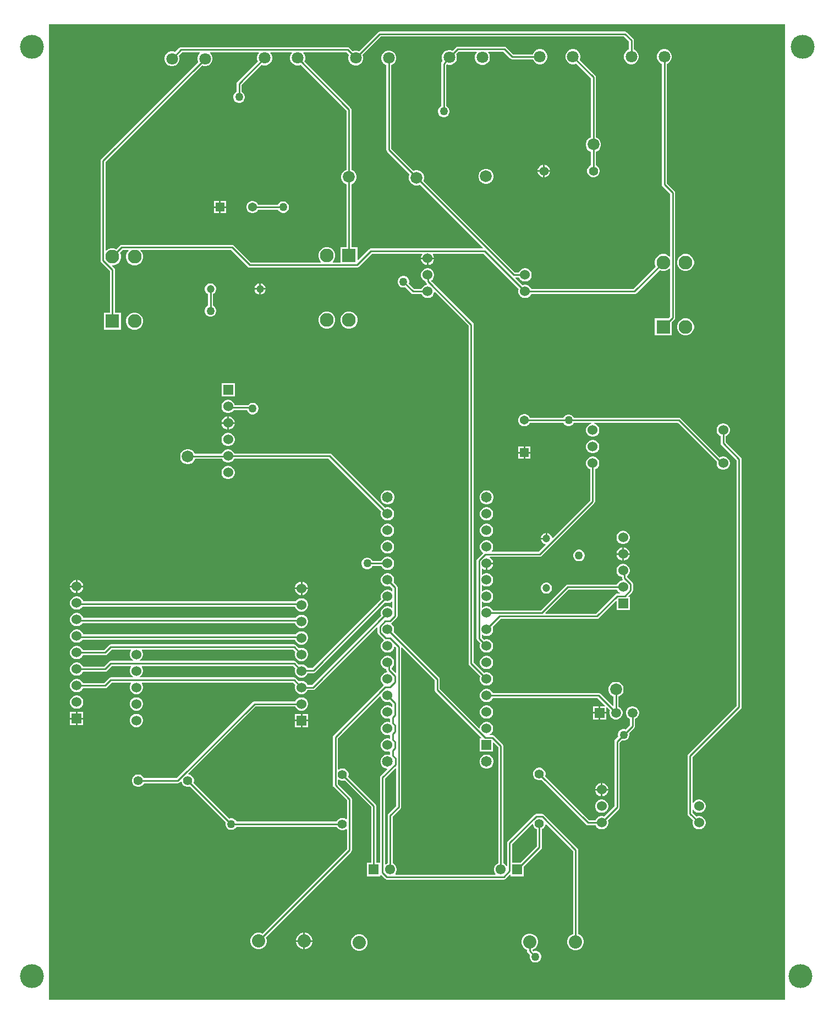
<source format=gtl>
G04*
G04 #@! TF.GenerationSoftware,Altium Limited,Altium Designer,22.1.2 (22)*
G04*
G04 Layer_Physical_Order=1*
G04 Layer_Color=255*
%FSLAX25Y25*%
%MOIN*%
G70*
G04*
G04 #@! TF.SameCoordinates,E28053CA-E4DF-42EA-84DA-B9CFE034DEEF*
G04*
G04*
G04 #@! TF.FilePolarity,Positive*
G04*
G01*
G75*
%ADD14C,0.01000*%
%ADD16C,0.08000*%
%ADD17C,0.08300*%
%ADD18R,0.08300X0.08300*%
%ADD26C,0.05400*%
%ADD27R,0.05400X0.05400*%
%ADD28C,0.06000*%
%ADD32C,0.07100*%
%ADD33R,0.05400X0.05400*%
%ADD36C,0.14500*%
%ADD37C,0.07200*%
%ADD38C,0.06500*%
%ADD39R,0.06000X0.06000*%
%ADD40C,0.05512*%
%ADD41R,0.06102X0.06102*%
%ADD42C,0.06102*%
%ADD43R,0.06000X0.06000*%
%ADD44C,0.05906*%
%ADD45R,0.05906X0.05906*%
%ADD46C,0.04724*%
%ADD47C,0.05000*%
G36*
X509842Y1181D02*
X63779Y1181D01*
Y591732D01*
X509842D01*
Y1181D01*
D02*
G37*
%LPC*%
G36*
X339777Y578233D02*
X311585D01*
X311000Y578117D01*
X310504Y577785D01*
X308495Y575776D01*
X308292Y575893D01*
X307135Y576203D01*
X305936D01*
X304779Y575893D01*
X303742Y575294D01*
X302894Y574447D01*
X302295Y573410D01*
X301985Y572253D01*
Y571055D01*
X302295Y569897D01*
X302548Y569459D01*
X302068Y568979D01*
X301737Y568483D01*
X301620Y567898D01*
Y542135D01*
X301001Y541777D01*
X300349Y541125D01*
X299888Y540327D01*
X299650Y539437D01*
Y538516D01*
X299888Y537625D01*
X300349Y536827D01*
X301001Y536176D01*
X301799Y535715D01*
X302689Y535476D01*
X303610D01*
X304501Y535715D01*
X305299Y536176D01*
X305950Y536827D01*
X306411Y537625D01*
X306650Y538516D01*
Y539437D01*
X306411Y540327D01*
X305950Y541125D01*
X305299Y541777D01*
X304679Y542135D01*
Y566928D01*
X305159Y567312D01*
X305936Y567103D01*
X307135D01*
X308292Y567414D01*
X309329Y568013D01*
X310176Y568860D01*
X310775Y569897D01*
X311085Y571055D01*
Y572253D01*
X310775Y573410D01*
X310658Y573613D01*
X312219Y575174D01*
X322968D01*
X323159Y574712D01*
X322895Y574447D01*
X322295Y573410D01*
X321985Y572253D01*
Y571055D01*
X322295Y569897D01*
X322895Y568860D01*
X323742Y568013D01*
X324779Y567414D01*
X325936Y567103D01*
X327134D01*
X328292Y567414D01*
X329329Y568013D01*
X330176Y568860D01*
X330775Y569897D01*
X331085Y571055D01*
Y572253D01*
X330775Y573410D01*
X330176Y574447D01*
X329911Y574712D01*
X330103Y575174D01*
X339143D01*
X343352Y570966D01*
X343848Y570634D01*
X344433Y570518D01*
X357117D01*
X357177Y570291D01*
X357776Y569253D01*
X358624Y568406D01*
X359661Y567807D01*
X360818Y567497D01*
X362016D01*
X363174Y567807D01*
X364211Y568406D01*
X365058Y569253D01*
X365657Y570291D01*
X365967Y571448D01*
Y572646D01*
X365657Y573804D01*
X365058Y574841D01*
X364211Y575688D01*
X363174Y576287D01*
X362016Y576597D01*
X360818D01*
X359661Y576287D01*
X358624Y575688D01*
X357776Y574841D01*
X357177Y573804D01*
X357117Y573577D01*
X345067D01*
X340858Y577785D01*
X340362Y578117D01*
X339777Y578233D01*
D02*
G37*
G36*
X412992Y587356D02*
X264409D01*
X263824Y587240D01*
X263328Y586908D01*
X251802Y575382D01*
X251599Y575500D01*
X250442Y575810D01*
X249243D01*
X248086Y575500D01*
X247883Y575382D01*
X245874Y577391D01*
X245378Y577723D01*
X244793Y577839D01*
X143869D01*
X143284Y577723D01*
X142788Y577391D01*
X140385Y574989D01*
X140181Y575106D01*
X139024Y575416D01*
X137826D01*
X136669Y575106D01*
X135631Y574507D01*
X134784Y573660D01*
X134185Y572622D01*
X133875Y571465D01*
Y570267D01*
X134185Y569110D01*
X134784Y568072D01*
X135631Y567225D01*
X136669Y566626D01*
X137826Y566316D01*
X139024D01*
X140181Y566626D01*
X141219Y567225D01*
X142066Y568072D01*
X142665Y569110D01*
X142975Y570267D01*
Y571465D01*
X142665Y572622D01*
X142548Y572826D01*
X144502Y574781D01*
X155198D01*
X155405Y574281D01*
X154784Y573660D01*
X154185Y572622D01*
X153875Y571465D01*
Y570267D01*
X154185Y569110D01*
X154303Y568906D01*
X95624Y510227D01*
X95292Y509731D01*
X95176Y509146D01*
Y448656D01*
X95292Y448070D01*
X95624Y447574D01*
X100826Y442372D01*
Y417146D01*
X97205D01*
Y406846D01*
X107505D01*
Y417146D01*
X103884D01*
Y443006D01*
X103768Y443591D01*
X103437Y444087D01*
X102140Y445384D01*
X102331Y445846D01*
X103033D01*
X104343Y446197D01*
X105517Y446875D01*
X106476Y447834D01*
X107154Y449008D01*
X107505Y450318D01*
Y451674D01*
X107154Y452984D01*
X106917Y453395D01*
X108639Y455117D01*
X111939D01*
X112131Y454655D01*
X111634Y454158D01*
X110956Y452984D01*
X110605Y451674D01*
Y450318D01*
X110956Y449008D01*
X111634Y447834D01*
X112593Y446875D01*
X113767Y446197D01*
X115077Y445846D01*
X116433D01*
X117743Y446197D01*
X118917Y446875D01*
X119876Y447834D01*
X120554Y449008D01*
X120905Y450318D01*
Y451674D01*
X120554Y452984D01*
X119876Y454158D01*
X119380Y454655D01*
X119571Y455117D01*
X174228D01*
X184478Y444867D01*
X184974Y444535D01*
X185559Y444419D01*
X250441D01*
X251026Y444535D01*
X251522Y444867D01*
X259547Y452892D01*
X289967D01*
X290159Y452430D01*
X290106Y452377D01*
X289580Y451465D01*
X289307Y450448D01*
Y450421D01*
X297307D01*
Y450448D01*
X297035Y451465D01*
X296508Y452377D01*
X296455Y452430D01*
X296647Y452892D01*
X327229D01*
X348642Y431478D01*
X348635Y431465D01*
X348362Y430448D01*
Y429395D01*
X348635Y428377D01*
X349161Y427465D01*
X349906Y426721D01*
X350818Y426194D01*
X351836Y425921D01*
X352889D01*
X353906Y426194D01*
X354818Y426721D01*
X355563Y427465D01*
X356090Y428377D01*
X356094Y428392D01*
X418682D01*
X419267Y428508D01*
X419763Y428840D01*
X433814Y442891D01*
X434226Y442654D01*
X435535Y442303D01*
X436891D01*
X438201Y442654D01*
X439376Y443332D01*
X439872Y443828D01*
X440334Y443637D01*
Y414736D01*
X439200Y413603D01*
X431063D01*
Y403303D01*
X441363D01*
Y411440D01*
X442945Y413021D01*
X443276Y413518D01*
X443393Y414103D01*
Y489704D01*
X443276Y490289D01*
X442945Y490785D01*
X438301Y495429D01*
Y567746D01*
X438528Y567807D01*
X439565Y568406D01*
X440413Y569253D01*
X441012Y570291D01*
X441322Y571448D01*
Y572646D01*
X441012Y573804D01*
X440413Y574841D01*
X439565Y575688D01*
X438528Y576287D01*
X437371Y576597D01*
X436173D01*
X435015Y576287D01*
X433978Y575688D01*
X433131Y574841D01*
X432532Y573804D01*
X432222Y572646D01*
Y571448D01*
X432532Y570291D01*
X433131Y569253D01*
X433978Y568406D01*
X435015Y567807D01*
X435242Y567746D01*
Y494796D01*
X435359Y494210D01*
X435690Y493714D01*
X440334Y489070D01*
Y451269D01*
X439872Y451077D01*
X439376Y451574D01*
X438201Y452252D01*
X436891Y452603D01*
X435535D01*
X434226Y452252D01*
X433051Y451574D01*
X432092Y450615D01*
X431414Y449441D01*
X431063Y448131D01*
Y446775D01*
X431414Y445465D01*
X431652Y445054D01*
X418048Y431451D01*
X356094D01*
X356090Y431465D01*
X355563Y432377D01*
X354818Y433122D01*
X353906Y433649D01*
X352889Y433921D01*
X351836D01*
X350818Y433649D01*
X350805Y433641D01*
X346516Y437930D01*
X346708Y438392D01*
X348631D01*
X348635Y438377D01*
X349161Y437465D01*
X349906Y436721D01*
X350818Y436194D01*
X351836Y435921D01*
X352889D01*
X353906Y436194D01*
X354818Y436721D01*
X355563Y437465D01*
X356090Y438377D01*
X356362Y439395D01*
Y440448D01*
X356090Y441465D01*
X355563Y442377D01*
X354818Y443122D01*
X353906Y443649D01*
X352889Y443921D01*
X351836D01*
X350818Y443649D01*
X349906Y443122D01*
X349161Y442377D01*
X348635Y441465D01*
X348631Y441451D01*
X346145D01*
X290773Y496823D01*
X290901Y497043D01*
X291214Y498213D01*
Y499425D01*
X290901Y500594D01*
X290295Y501643D01*
X289439Y502500D01*
X288390Y503105D01*
X287220Y503419D01*
X286009D01*
X284839Y503105D01*
X284618Y502978D01*
X271372Y516224D01*
Y566959D01*
X271599Y567020D01*
X272636Y567619D01*
X273483Y568466D01*
X274082Y569504D01*
X274393Y570661D01*
Y571859D01*
X274082Y573016D01*
X273483Y574054D01*
X272636Y574901D01*
X271599Y575500D01*
X270442Y575810D01*
X269244D01*
X268086Y575500D01*
X267049Y574901D01*
X266202Y574054D01*
X265603Y573016D01*
X265293Y571859D01*
Y570661D01*
X265603Y569504D01*
X266202Y568466D01*
X267049Y567619D01*
X268086Y567020D01*
X268313Y566959D01*
Y515590D01*
X268430Y515005D01*
X268761Y514509D01*
X282455Y500815D01*
X282328Y500594D01*
X282014Y499425D01*
Y498213D01*
X282328Y497043D01*
X282933Y495994D01*
X283790Y495138D01*
X284839Y494532D01*
X286009Y494219D01*
X287220D01*
X288390Y494532D01*
X288610Y494660D01*
X326858Y456413D01*
X326666Y455951D01*
X258913D01*
X258328Y455834D01*
X257832Y455503D01*
X251281Y448952D01*
X250819Y449143D01*
Y456748D01*
X247199D01*
Y494903D01*
X247445Y494969D01*
X248494Y495574D01*
X249350Y496431D01*
X249956Y497480D01*
X250269Y498650D01*
Y499861D01*
X249956Y501031D01*
X249350Y502080D01*
X248494Y502936D01*
X247445Y503542D01*
X247199Y503608D01*
Y540158D01*
X247082Y540743D01*
X246751Y541239D01*
X218689Y569300D01*
X218807Y569504D01*
X219117Y570661D01*
Y571859D01*
X218807Y573016D01*
X218208Y574054D01*
X217943Y574319D01*
X218134Y574781D01*
X244159D01*
X245720Y573219D01*
X245603Y573016D01*
X245292Y571859D01*
Y570661D01*
X245603Y569504D01*
X246202Y568466D01*
X247049Y567619D01*
X248086Y567020D01*
X249243Y566710D01*
X250442D01*
X251599Y567020D01*
X252636Y567619D01*
X253483Y568466D01*
X254082Y569504D01*
X254393Y570661D01*
Y571859D01*
X254082Y573016D01*
X253965Y573219D01*
X265043Y584297D01*
X412359D01*
X415242Y581414D01*
Y576348D01*
X415015Y576287D01*
X413978Y575688D01*
X413131Y574841D01*
X412532Y573804D01*
X412222Y572646D01*
Y571448D01*
X412532Y570291D01*
X413131Y569253D01*
X413978Y568406D01*
X415015Y567807D01*
X416173Y567497D01*
X417371D01*
X418528Y567807D01*
X419565Y568406D01*
X420413Y569253D01*
X421012Y570291D01*
X421322Y571448D01*
Y572646D01*
X421012Y573804D01*
X420413Y574841D01*
X419565Y575688D01*
X418528Y576287D01*
X418301Y576348D01*
Y582047D01*
X418185Y582632D01*
X417853Y583129D01*
X414074Y586908D01*
X413577Y587240D01*
X412992Y587356D01*
D02*
G37*
G36*
X364261Y506667D02*
Y503412D01*
X367516D01*
X367261Y504362D01*
X366767Y505219D01*
X366068Y505918D01*
X365211Y506412D01*
X364261Y506667D01*
D02*
G37*
G36*
X363261D02*
X362312Y506412D01*
X361455Y505918D01*
X360756Y505219D01*
X360262Y504362D01*
X360007Y503412D01*
X363261D01*
Y506667D01*
D02*
G37*
G36*
X367516Y502412D02*
X364261D01*
Y499158D01*
X365211Y499412D01*
X366068Y499907D01*
X366767Y500606D01*
X367261Y501463D01*
X367516Y502412D01*
D02*
G37*
G36*
X363261D02*
X360007D01*
X360262Y501463D01*
X360756Y500606D01*
X361455Y499907D01*
X362312Y499412D01*
X363261Y499158D01*
Y502412D01*
D02*
G37*
G36*
X382016Y576597D02*
X380818D01*
X379661Y576287D01*
X378624Y575688D01*
X377776Y574841D01*
X377177Y573804D01*
X376867Y572646D01*
Y571448D01*
X377177Y570291D01*
X377776Y569253D01*
X378624Y568406D01*
X379661Y567807D01*
X380818Y567497D01*
X382016D01*
X383173Y567807D01*
X383377Y567925D01*
X392232Y559070D01*
Y523278D01*
X391986Y523212D01*
X390937Y522607D01*
X390080Y521750D01*
X389475Y520702D01*
X389161Y519532D01*
Y518320D01*
X389475Y517150D01*
X390080Y516102D01*
X390937Y515245D01*
X391986Y514640D01*
X392232Y514573D01*
Y506366D01*
X391455Y505918D01*
X390756Y505219D01*
X390262Y504362D01*
X390005Y503407D01*
Y502418D01*
X390262Y501463D01*
X390756Y500606D01*
X391455Y499907D01*
X392312Y499412D01*
X393267Y499157D01*
X394256D01*
X395211Y499412D01*
X396068Y499907D01*
X396767Y500606D01*
X397261Y501463D01*
X397517Y502418D01*
Y503407D01*
X397261Y504362D01*
X396767Y505219D01*
X396068Y505918D01*
X395291Y506366D01*
Y514573D01*
X395537Y514640D01*
X396586Y515245D01*
X397442Y516102D01*
X398048Y517150D01*
X398361Y518320D01*
Y519532D01*
X398048Y520702D01*
X397442Y521750D01*
X396586Y522607D01*
X395537Y523212D01*
X395291Y523278D01*
Y559703D01*
X395174Y560288D01*
X394843Y560785D01*
X385540Y570088D01*
X385657Y570291D01*
X385967Y571448D01*
Y572646D01*
X385657Y573804D01*
X385058Y574841D01*
X384211Y575688D01*
X383173Y576287D01*
X382016Y576597D01*
D02*
G37*
G36*
X329346Y504206D02*
X328135D01*
X326965Y503893D01*
X325916Y503287D01*
X325059Y502431D01*
X324454Y501382D01*
X324140Y500212D01*
Y499001D01*
X324454Y497831D01*
X325059Y496782D01*
X325916Y495925D01*
X326965Y495320D01*
X328135Y495006D01*
X329346D01*
X330516Y495320D01*
X331565Y495925D01*
X332421Y496782D01*
X333027Y497831D01*
X333340Y499001D01*
Y500212D01*
X333027Y501382D01*
X332421Y502431D01*
X331565Y503287D01*
X330516Y503893D01*
X329346Y504206D01*
D02*
G37*
G36*
X297307Y449421D02*
X293807D01*
Y445921D01*
X293834D01*
X294851Y446194D01*
X295763Y446721D01*
X296508Y447465D01*
X297035Y448377D01*
X297307Y449395D01*
Y449421D01*
D02*
G37*
G36*
X292807D02*
X289307D01*
Y449395D01*
X289580Y448377D01*
X290106Y447465D01*
X290851Y446721D01*
X291763Y446194D01*
X292780Y445921D01*
X292807D01*
Y449421D01*
D02*
G37*
G36*
X450291Y452603D02*
X448935D01*
X447626Y452252D01*
X446451Y451574D01*
X445492Y450615D01*
X444814Y449441D01*
X444463Y448131D01*
Y446775D01*
X444814Y445465D01*
X445492Y444291D01*
X446451Y443332D01*
X447626Y442654D01*
X448935Y442303D01*
X450291D01*
X451601Y442654D01*
X452776Y443332D01*
X453734Y444291D01*
X454412Y445465D01*
X454763Y446775D01*
Y448131D01*
X454412Y449441D01*
X453734Y450615D01*
X452776Y451574D01*
X451601Y452252D01*
X450291Y452603D01*
D02*
G37*
G36*
X192272Y434843D02*
Y431996D01*
X195118D01*
X194905Y432794D01*
X194462Y433561D01*
X193836Y434187D01*
X193069Y434629D01*
X192272Y434843D01*
D02*
G37*
G36*
X191272D02*
X190474Y434629D01*
X189707Y434187D01*
X189081Y433561D01*
X188639Y432794D01*
X188425Y431996D01*
X191272D01*
Y434843D01*
D02*
G37*
G36*
X293834Y443921D02*
X292780D01*
X291763Y443649D01*
X290851Y443122D01*
X290106Y442377D01*
X289580Y441465D01*
X289307Y440448D01*
Y439395D01*
X289580Y438377D01*
X290106Y437465D01*
X290851Y436721D01*
X291763Y436194D01*
X292056Y436115D01*
Y436007D01*
X292172Y435422D01*
X292504Y434926D01*
X293046Y434383D01*
X292855Y433921D01*
X292780D01*
X291763Y433649D01*
X290851Y433122D01*
X290106Y432377D01*
X289580Y431465D01*
X289576Y431451D01*
X285279D01*
X282055Y434675D01*
X282240Y435366D01*
Y436288D01*
X282002Y437178D01*
X281541Y437976D01*
X280889Y438627D01*
X280091Y439088D01*
X279201Y439327D01*
X278279D01*
X277389Y439088D01*
X276591Y438627D01*
X275939Y437976D01*
X275479Y437178D01*
X275240Y436288D01*
Y435366D01*
X275479Y434476D01*
X275939Y433678D01*
X276591Y433026D01*
X277389Y432565D01*
X278279Y432327D01*
X279201D01*
X279892Y432512D01*
X283564Y428840D01*
X284060Y428508D01*
X284646Y428392D01*
X289576D01*
X289580Y428377D01*
X290106Y427465D01*
X290851Y426721D01*
X291763Y426194D01*
X292780Y425921D01*
X293834D01*
X294851Y426194D01*
X295763Y426721D01*
X296508Y427465D01*
X297035Y428377D01*
X297307Y429395D01*
Y429469D01*
X297769Y429660D01*
X318156Y409274D01*
Y204677D01*
X318272Y204092D01*
X318604Y203595D01*
X325350Y196849D01*
X325342Y196836D01*
X325070Y195819D01*
Y194765D01*
X325342Y193748D01*
X325869Y192836D01*
X326614Y192091D01*
X327526Y191565D01*
X328543Y191292D01*
X329596D01*
X330614Y191565D01*
X331526Y192091D01*
X332271Y192836D01*
X332797Y193748D01*
X333070Y194765D01*
Y195819D01*
X332797Y196836D01*
X332271Y197748D01*
X331526Y198493D01*
X330614Y199019D01*
X329596Y199292D01*
X328543D01*
X327526Y199019D01*
X327513Y199012D01*
X321214Y205310D01*
Y409907D01*
X321098Y410493D01*
X320766Y410989D01*
X295592Y436164D01*
X295657Y436659D01*
X295763Y436721D01*
X296508Y437465D01*
X297035Y438377D01*
X297307Y439395D01*
Y440448D01*
X297035Y441465D01*
X296508Y442377D01*
X295763Y443122D01*
X294851Y443649D01*
X293834Y443921D01*
D02*
G37*
G36*
X195118Y430996D02*
X192272D01*
Y428149D01*
X193069Y428363D01*
X193836Y428806D01*
X194462Y429432D01*
X194905Y430198D01*
X195118Y430996D01*
D02*
G37*
G36*
X191272D02*
X188425D01*
X188639Y430198D01*
X189081Y429432D01*
X189707Y428806D01*
X190474Y428363D01*
X191272Y428149D01*
Y430996D01*
D02*
G37*
G36*
X162214Y434858D02*
X161329D01*
X160474Y434629D01*
X159707Y434187D01*
X159081Y433561D01*
X158639Y432794D01*
X158409Y431939D01*
Y431053D01*
X158639Y430198D01*
X159081Y429432D01*
X159707Y428806D01*
X160242Y428497D01*
Y421382D01*
X159623Y421024D01*
X158971Y420372D01*
X158510Y419574D01*
X158272Y418684D01*
Y417763D01*
X158510Y416873D01*
X158971Y416074D01*
X159623Y415423D01*
X160421Y414962D01*
X161311Y414723D01*
X162232D01*
X163123Y414962D01*
X163921Y415423D01*
X164572Y416074D01*
X165033Y416873D01*
X165272Y417763D01*
Y418684D01*
X165033Y419574D01*
X164572Y420372D01*
X163921Y421024D01*
X163301Y421382D01*
Y428497D01*
X163836Y428806D01*
X164462Y429432D01*
X164905Y430198D01*
X165134Y431053D01*
Y431939D01*
X164905Y432794D01*
X164462Y433561D01*
X163836Y434187D01*
X163069Y434629D01*
X162214Y434858D01*
D02*
G37*
G36*
X246347Y417748D02*
X244991D01*
X243682Y417397D01*
X242507Y416719D01*
X241548Y415761D01*
X240870Y414586D01*
X240519Y413276D01*
Y411920D01*
X240870Y410611D01*
X241548Y409436D01*
X242507Y408477D01*
X243682Y407799D01*
X244991Y407448D01*
X246347D01*
X247657Y407799D01*
X248832Y408477D01*
X249790Y409436D01*
X250468Y410611D01*
X250819Y411920D01*
Y413276D01*
X250468Y414586D01*
X249790Y415761D01*
X248832Y416719D01*
X247657Y417397D01*
X246347Y417748D01*
D02*
G37*
G36*
X232947D02*
X231591D01*
X230281Y417397D01*
X229107Y416719D01*
X228148Y415761D01*
X227470Y414586D01*
X227119Y413276D01*
Y411920D01*
X227470Y410611D01*
X228148Y409436D01*
X229107Y408477D01*
X230281Y407799D01*
X231591Y407448D01*
X232947D01*
X234257Y407799D01*
X235432Y408477D01*
X236390Y409436D01*
X237068Y410611D01*
X237419Y411920D01*
Y413276D01*
X237068Y414586D01*
X236390Y415761D01*
X235432Y416719D01*
X234257Y417397D01*
X232947Y417748D01*
D02*
G37*
G36*
X116433Y417146D02*
X115077D01*
X113767Y416795D01*
X112593Y416117D01*
X111634Y415158D01*
X110956Y413984D01*
X110605Y412674D01*
Y411318D01*
X110956Y410008D01*
X111634Y408834D01*
X112593Y407875D01*
X113767Y407197D01*
X115077Y406846D01*
X116433D01*
X117743Y407197D01*
X118917Y407875D01*
X119876Y408834D01*
X120554Y410008D01*
X120905Y411318D01*
Y412674D01*
X120554Y413984D01*
X119876Y415158D01*
X118917Y416117D01*
X117743Y416795D01*
X116433Y417146D01*
D02*
G37*
G36*
X450291Y413603D02*
X448935D01*
X447626Y413252D01*
X446451Y412574D01*
X445492Y411615D01*
X444814Y410441D01*
X444463Y409131D01*
Y407775D01*
X444814Y406465D01*
X445492Y405291D01*
X446451Y404332D01*
X447626Y403654D01*
X448935Y403303D01*
X450291D01*
X451601Y403654D01*
X452776Y404332D01*
X453734Y405291D01*
X454412Y406465D01*
X454763Y407775D01*
Y409131D01*
X454412Y410441D01*
X453734Y411615D01*
X452776Y412574D01*
X451601Y413252D01*
X450291Y413603D01*
D02*
G37*
G36*
X176441Y374315D02*
X168441D01*
Y366315D01*
X176441D01*
Y374315D01*
D02*
G37*
G36*
X172968Y364315D02*
X171914D01*
X170897Y364042D01*
X169985Y363516D01*
X169240Y362771D01*
X168713Y361859D01*
X168441Y360842D01*
Y359788D01*
X168713Y358771D01*
X169240Y357859D01*
X169985Y357114D01*
X170897Y356588D01*
X171914Y356315D01*
X172968D01*
X173985Y356588D01*
X174897Y357114D01*
X175642Y357859D01*
X175813Y358156D01*
X184019D01*
X184140Y357704D01*
X184601Y356906D01*
X185252Y356254D01*
X186051Y355794D01*
X186941Y355555D01*
X187862D01*
X188752Y355794D01*
X189551Y356254D01*
X190202Y356906D01*
X190663Y357704D01*
X190902Y358594D01*
Y359516D01*
X190663Y360406D01*
X190202Y361204D01*
X189551Y361856D01*
X188752Y362317D01*
X187862Y362555D01*
X186941D01*
X186051Y362317D01*
X185252Y361856D01*
X184611Y361214D01*
X176341D01*
X176168Y361859D01*
X175642Y362771D01*
X174897Y363516D01*
X173985Y364042D01*
X172968Y364315D01*
D02*
G37*
G36*
Y354315D02*
X172941D01*
Y350815D01*
X176441D01*
Y350842D01*
X176168Y351859D01*
X175642Y352771D01*
X174897Y353516D01*
X173985Y354042D01*
X172968Y354315D01*
D02*
G37*
G36*
X171941D02*
X171914D01*
X170897Y354042D01*
X169985Y353516D01*
X169240Y352771D01*
X168713Y351859D01*
X168441Y350842D01*
Y350815D01*
X171941D01*
Y354315D01*
D02*
G37*
G36*
X176441Y349815D02*
X172941D01*
Y346315D01*
X172968D01*
X173985Y346588D01*
X174897Y347114D01*
X175642Y347859D01*
X176168Y348771D01*
X176441Y349788D01*
Y349815D01*
D02*
G37*
G36*
X171941D02*
X168441D01*
Y349788D01*
X168713Y348771D01*
X169240Y347859D01*
X169985Y347114D01*
X170897Y346588D01*
X171914Y346315D01*
X171941D01*
Y349815D01*
D02*
G37*
G36*
X172968Y344315D02*
X171914D01*
X170897Y344042D01*
X169985Y343516D01*
X169240Y342771D01*
X168713Y341859D01*
X168441Y340842D01*
Y339788D01*
X168713Y338771D01*
X169240Y337859D01*
X169985Y337114D01*
X170897Y336588D01*
X171914Y336315D01*
X172968D01*
X173985Y336588D01*
X174897Y337114D01*
X175642Y337859D01*
X176168Y338771D01*
X176441Y339788D01*
Y340842D01*
X176168Y341859D01*
X175642Y342771D01*
X174897Y343516D01*
X173985Y344042D01*
X172968Y344315D01*
D02*
G37*
G36*
X355668Y335983D02*
X352468D01*
Y332783D01*
X355668D01*
Y335983D01*
D02*
G37*
G36*
X351468D02*
X348269D01*
Y332783D01*
X351468D01*
Y335983D01*
D02*
G37*
G36*
X393932Y339984D02*
X392879D01*
X391862Y339712D01*
X390949Y339185D01*
X390205Y338440D01*
X389678Y337528D01*
X389405Y336511D01*
Y335458D01*
X389678Y334440D01*
X390205Y333528D01*
X390949Y332783D01*
X391862Y332257D01*
X392879Y331984D01*
X393932D01*
X394949Y332257D01*
X395862Y332783D01*
X396606Y333528D01*
X397133Y334440D01*
X397406Y335458D01*
Y336511D01*
X397133Y337528D01*
X396606Y338440D01*
X395862Y339185D01*
X394949Y339712D01*
X393932Y339984D01*
D02*
G37*
G36*
X355668Y331783D02*
X352468D01*
Y328584D01*
X355668D01*
Y331783D01*
D02*
G37*
G36*
X351468D02*
X348269D01*
Y328584D01*
X351468D01*
Y331783D01*
D02*
G37*
G36*
X352456Y355668D02*
X351481D01*
X350540Y355416D01*
X349697Y354929D01*
X349008Y354240D01*
X348521Y353397D01*
X348269Y352456D01*
Y351481D01*
X348521Y350540D01*
X349008Y349697D01*
X349697Y349008D01*
X350540Y348521D01*
X351481Y348269D01*
X352456D01*
X353397Y348521D01*
X354240Y349008D01*
X354929Y349697D01*
X355358Y350439D01*
X375612D01*
X375970Y349819D01*
X376622Y349168D01*
X377420Y348707D01*
X378310Y348468D01*
X379232D01*
X380122Y348707D01*
X380920Y349168D01*
X381572Y349819D01*
X381929Y350439D01*
X392645D01*
X392710Y349939D01*
X391862Y349712D01*
X390949Y349185D01*
X390205Y348440D01*
X389678Y347528D01*
X389405Y346511D01*
Y345458D01*
X389678Y344440D01*
X390205Y343528D01*
X390949Y342783D01*
X391862Y342257D01*
X392879Y341984D01*
X393932D01*
X394949Y342257D01*
X395862Y342783D01*
X396606Y343528D01*
X397133Y344440D01*
X397406Y345458D01*
Y346511D01*
X397133Y347528D01*
X396606Y348440D01*
X395862Y349185D01*
X394949Y349712D01*
X394101Y349939D01*
X394166Y350439D01*
X445036D01*
X468551Y326923D01*
X468441Y326511D01*
Y325458D01*
X468714Y324440D01*
X469240Y323528D01*
X469985Y322783D01*
X470897Y322257D01*
X471914Y321984D01*
X472968D01*
X473985Y322257D01*
X474897Y322783D01*
X475642Y323528D01*
X476168Y324440D01*
X476441Y325458D01*
Y326511D01*
X476168Y327528D01*
X475642Y328440D01*
X474897Y329185D01*
X473985Y329712D01*
X472968Y329984D01*
X471914D01*
X470897Y329712D01*
X470385Y329416D01*
X446751Y353050D01*
X446255Y353381D01*
X445669Y353498D01*
X381929D01*
X381572Y354117D01*
X380920Y354769D01*
X380122Y355230D01*
X379232Y355469D01*
X378310D01*
X377420Y355230D01*
X376622Y354769D01*
X375970Y354117D01*
X375612Y353498D01*
X355358D01*
X354929Y354240D01*
X354240Y354929D01*
X353397Y355416D01*
X352456Y355668D01*
D02*
G37*
G36*
X172968Y324315D02*
X171914D01*
X170897Y324042D01*
X169985Y323516D01*
X169240Y322771D01*
X168713Y321859D01*
X168441Y320842D01*
Y319788D01*
X168713Y318771D01*
X169240Y317859D01*
X169985Y317114D01*
X170897Y316588D01*
X171914Y316315D01*
X172968D01*
X173985Y316588D01*
X174897Y317114D01*
X175642Y317859D01*
X176168Y318771D01*
X176441Y319788D01*
Y320842D01*
X176168Y321859D01*
X175642Y322771D01*
X174897Y323516D01*
X173985Y324042D01*
X172968Y324315D01*
D02*
G37*
G36*
X329629Y309542D02*
X328510D01*
X327429Y309252D01*
X326460Y308693D01*
X325669Y307902D01*
X325109Y306932D01*
X324820Y305852D01*
Y304732D01*
X325109Y303652D01*
X325669Y302682D01*
X326460Y301891D01*
X327429Y301332D01*
X328510Y301042D01*
X329629D01*
X330710Y301332D01*
X331679Y301891D01*
X332471Y302682D01*
X333030Y303652D01*
X333320Y304732D01*
Y305852D01*
X333030Y306932D01*
X332471Y307902D01*
X331679Y308693D01*
X330710Y309252D01*
X329629Y309542D01*
D02*
G37*
G36*
X269629D02*
X268510D01*
X267429Y309252D01*
X266460Y308693D01*
X265669Y307902D01*
X265109Y306932D01*
X264820Y305852D01*
Y304732D01*
X265109Y303652D01*
X265669Y302682D01*
X266460Y301891D01*
X267429Y301332D01*
X268510Y301042D01*
X269629D01*
X270710Y301332D01*
X271679Y301891D01*
X272471Y302682D01*
X273030Y303652D01*
X273320Y304732D01*
Y305852D01*
X273030Y306932D01*
X272471Y307902D01*
X271679Y308693D01*
X270710Y309252D01*
X269629Y309542D01*
D02*
G37*
G36*
X329596Y299292D02*
X328543D01*
X327526Y299019D01*
X326614Y298493D01*
X325869Y297748D01*
X325342Y296836D01*
X325070Y295819D01*
Y294765D01*
X325342Y293748D01*
X325869Y292836D01*
X326614Y292091D01*
X327526Y291565D01*
X328543Y291292D01*
X329596D01*
X330614Y291565D01*
X331526Y292091D01*
X332271Y292836D01*
X332797Y293748D01*
X333070Y294765D01*
Y295819D01*
X332797Y296836D01*
X332271Y297748D01*
X331526Y298493D01*
X330614Y299019D01*
X329596Y299292D01*
D02*
G37*
G36*
X148637Y334521D02*
X147426D01*
X146256Y334208D01*
X145207Y333602D01*
X144351Y332746D01*
X143745Y331697D01*
X143431Y330527D01*
Y329316D01*
X143745Y328146D01*
X144351Y327097D01*
X145207Y326240D01*
X146256Y325635D01*
X147426Y325321D01*
X148637D01*
X149807Y325635D01*
X150856Y326240D01*
X151712Y327097D01*
X152318Y328146D01*
X152437Y328589D01*
X168819D01*
X169240Y327859D01*
X169985Y327114D01*
X170897Y326588D01*
X171914Y326315D01*
X172968D01*
X173985Y326588D01*
X174897Y327114D01*
X175642Y327859D01*
X176168Y328771D01*
X176172Y328786D01*
X233413D01*
X265350Y296849D01*
X265342Y296836D01*
X265070Y295819D01*
Y294765D01*
X265342Y293748D01*
X265869Y292836D01*
X266614Y292091D01*
X267526Y291565D01*
X268543Y291292D01*
X269596D01*
X270614Y291565D01*
X271526Y292091D01*
X272271Y292836D01*
X272797Y293748D01*
X273070Y294765D01*
Y295819D01*
X272797Y296836D01*
X272271Y297748D01*
X271526Y298493D01*
X270614Y299019D01*
X269596Y299292D01*
X268543D01*
X267526Y299019D01*
X267513Y299012D01*
X235128Y331396D01*
X234632Y331728D01*
X234047Y331844D01*
X176172D01*
X176168Y331859D01*
X175642Y332771D01*
X174897Y333516D01*
X173985Y334042D01*
X172968Y334315D01*
X171914D01*
X170897Y334042D01*
X169985Y333516D01*
X169240Y332771D01*
X168713Y331859D01*
X168657Y331647D01*
X152331D01*
X152318Y331697D01*
X151712Y332746D01*
X150856Y333602D01*
X149807Y334208D01*
X148637Y334521D01*
D02*
G37*
G36*
X329596Y289292D02*
X328543D01*
X327526Y289019D01*
X326614Y288493D01*
X325869Y287748D01*
X325342Y286836D01*
X325070Y285819D01*
Y284765D01*
X325342Y283748D01*
X325869Y282836D01*
X326614Y282091D01*
X327526Y281565D01*
X328543Y281292D01*
X329596D01*
X330614Y281565D01*
X331526Y282091D01*
X332271Y282836D01*
X332797Y283748D01*
X333070Y284765D01*
Y285819D01*
X332797Y286836D01*
X332271Y287748D01*
X331526Y288493D01*
X330614Y289019D01*
X329596Y289292D01*
D02*
G37*
G36*
X269596D02*
X268543D01*
X267526Y289019D01*
X266614Y288493D01*
X265869Y287748D01*
X265342Y286836D01*
X265070Y285819D01*
Y284765D01*
X265342Y283748D01*
X265869Y282836D01*
X266614Y282091D01*
X267526Y281565D01*
X268543Y281292D01*
X269596D01*
X270614Y281565D01*
X271526Y282091D01*
X272271Y282836D01*
X272797Y283748D01*
X273070Y284765D01*
Y285819D01*
X272797Y286836D01*
X272271Y287748D01*
X271526Y288493D01*
X270614Y289019D01*
X269596Y289292D01*
D02*
G37*
G36*
X393932Y329984D02*
X392879D01*
X391862Y329712D01*
X390949Y329185D01*
X390205Y328440D01*
X389678Y327528D01*
X389405Y326511D01*
Y325458D01*
X389678Y324440D01*
X390205Y323528D01*
X390949Y322783D01*
X391778Y322305D01*
Y303479D01*
X369196Y280896D01*
X368647Y281055D01*
X368487Y281652D01*
X368045Y282419D01*
X367419Y283045D01*
X366652Y283487D01*
X365854Y283701D01*
Y280354D01*
X365354D01*
Y279854D01*
X362007D01*
X362221Y279057D01*
X362664Y278290D01*
X363290Y277664D01*
X364057Y277221D01*
X364653Y277061D01*
X364812Y276513D01*
X360620Y272321D01*
X332409D01*
X332218Y272783D01*
X332271Y272836D01*
X332797Y273748D01*
X333070Y274765D01*
Y275819D01*
X332797Y276836D01*
X332271Y277748D01*
X331526Y278493D01*
X330614Y279019D01*
X329596Y279292D01*
X328543D01*
X327526Y279019D01*
X326614Y278493D01*
X325869Y277748D01*
X325342Y276836D01*
X325070Y275819D01*
Y274765D01*
X325342Y273748D01*
X325869Y272836D01*
X326614Y272091D01*
X326720Y272030D01*
X326785Y271534D01*
X323488Y268237D01*
X323157Y267741D01*
X323040Y267156D01*
Y219792D01*
X323157Y219207D01*
X323488Y218711D01*
X325350Y216849D01*
X325342Y216836D01*
X325070Y215819D01*
Y214765D01*
X325342Y213748D01*
X325869Y212836D01*
X326614Y212091D01*
X327526Y211565D01*
X328543Y211292D01*
X329596D01*
X330614Y211565D01*
X331526Y212091D01*
X332271Y212836D01*
X332797Y213748D01*
X333070Y214765D01*
Y215819D01*
X332797Y216836D01*
X332271Y217748D01*
X331526Y218493D01*
X330614Y219019D01*
X329596Y219292D01*
X328543D01*
X327526Y219019D01*
X327513Y219012D01*
X326099Y220426D01*
Y221953D01*
X326561Y222144D01*
X326614Y222091D01*
X327526Y221565D01*
X328543Y221292D01*
X329596D01*
X330614Y221565D01*
X331526Y222091D01*
X332271Y222836D01*
X332797Y223748D01*
X333070Y224765D01*
Y225819D01*
X332797Y226836D01*
X332790Y226849D01*
X337703Y231763D01*
X395958D01*
X396543Y231879D01*
X397040Y232211D01*
X407349Y242520D01*
X407811Y242329D01*
Y237024D01*
X415811D01*
Y245024D01*
X415163D01*
X414971Y245486D01*
X417392Y247907D01*
X417724Y248403D01*
X417840Y248988D01*
Y252888D01*
X417724Y253473D01*
X417392Y253969D01*
X414204Y257157D01*
Y257787D01*
X414267Y257823D01*
X415012Y258568D01*
X415538Y259480D01*
X415811Y260497D01*
Y261550D01*
X415538Y262568D01*
X415012Y263480D01*
X414267Y264224D01*
X413355Y264751D01*
X412338Y265024D01*
X411284D01*
X410267Y264751D01*
X409355Y264224D01*
X408610Y263480D01*
X408084Y262568D01*
X407811Y261550D01*
Y260497D01*
X408084Y259480D01*
X408610Y258568D01*
X409355Y257823D01*
X410267Y257296D01*
X411146Y257061D01*
Y256524D01*
X411262Y255938D01*
X411539Y255524D01*
X411388Y255024D01*
X411284D01*
X410267Y254751D01*
X409355Y254224D01*
X408610Y253480D01*
X408084Y252568D01*
X408080Y252553D01*
X378306D01*
X377721Y252437D01*
X377225Y252105D01*
X361941Y236821D01*
X332801D01*
X332797Y236836D01*
X332271Y237748D01*
X331526Y238493D01*
X330614Y239019D01*
X329596Y239292D01*
X328543D01*
X327526Y239019D01*
X326614Y238493D01*
X326561Y238440D01*
X326099Y238632D01*
Y241952D01*
X326561Y242144D01*
X326614Y242091D01*
X327526Y241565D01*
X328543Y241292D01*
X329596D01*
X330614Y241565D01*
X331526Y242091D01*
X332271Y242836D01*
X332797Y243748D01*
X333070Y244765D01*
Y245819D01*
X332797Y246836D01*
X332271Y247748D01*
X331526Y248493D01*
X330614Y249019D01*
X329596Y249292D01*
X328543D01*
X327526Y249019D01*
X326614Y248493D01*
X326561Y248440D01*
X326099Y248632D01*
Y251953D01*
X326561Y252144D01*
X326614Y252091D01*
X327526Y251565D01*
X328543Y251292D01*
X329596D01*
X330614Y251565D01*
X331526Y252091D01*
X332271Y252836D01*
X332797Y253748D01*
X333070Y254765D01*
Y255819D01*
X332797Y256836D01*
X332271Y257748D01*
X331526Y258493D01*
X330614Y259019D01*
X329596Y259292D01*
X328543D01*
X327526Y259019D01*
X326614Y258493D01*
X326561Y258440D01*
X326099Y258632D01*
Y261952D01*
X326561Y262144D01*
X326614Y262091D01*
X327526Y261565D01*
X328543Y261292D01*
X328570D01*
Y265292D01*
X329070D01*
Y265792D01*
X333070D01*
Y265819D01*
X332797Y266836D01*
X332271Y267748D01*
X331526Y268493D01*
X331059Y268763D01*
X331192Y269263D01*
X361254D01*
X361839Y269379D01*
X362335Y269711D01*
X394389Y301764D01*
X394720Y302260D01*
X394836Y302845D01*
Y322227D01*
X394949Y322257D01*
X395862Y322783D01*
X396606Y323528D01*
X397133Y324440D01*
X397406Y325458D01*
Y326511D01*
X397133Y327528D01*
X396606Y328440D01*
X395862Y329185D01*
X394949Y329712D01*
X393932Y329984D01*
D02*
G37*
G36*
X364854Y283701D02*
X364057Y283487D01*
X363290Y283045D01*
X362664Y282419D01*
X362221Y281652D01*
X362007Y280854D01*
X364854D01*
Y283701D01*
D02*
G37*
G36*
X412338Y285024D02*
X411284D01*
X410267Y284751D01*
X409355Y284224D01*
X408610Y283480D01*
X408084Y282568D01*
X407811Y281550D01*
Y280497D01*
X408084Y279480D01*
X408610Y278568D01*
X409355Y277823D01*
X410267Y277296D01*
X411284Y277024D01*
X412338D01*
X413355Y277296D01*
X414267Y277823D01*
X415012Y278568D01*
X415538Y279480D01*
X415811Y280497D01*
Y281550D01*
X415538Y282568D01*
X415012Y283480D01*
X414267Y284224D01*
X413355Y284751D01*
X412338Y285024D01*
D02*
G37*
G36*
Y275024D02*
X412311D01*
Y271524D01*
X415811D01*
Y271550D01*
X415538Y272568D01*
X415012Y273480D01*
X414267Y274224D01*
X413355Y274751D01*
X412338Y275024D01*
D02*
G37*
G36*
X411311D02*
X411284D01*
X410267Y274751D01*
X409355Y274224D01*
X408610Y273480D01*
X408084Y272568D01*
X407811Y271550D01*
Y271524D01*
X411311D01*
Y275024D01*
D02*
G37*
G36*
X269596Y279292D02*
X268543D01*
X267526Y279019D01*
X266614Y278493D01*
X265869Y277748D01*
X265342Y276836D01*
X265070Y275819D01*
Y274765D01*
X265342Y273748D01*
X265869Y272836D01*
X266614Y272091D01*
X267526Y271565D01*
X268543Y271292D01*
X269596D01*
X270614Y271565D01*
X271526Y272091D01*
X272271Y272836D01*
X272797Y273748D01*
X273070Y274765D01*
Y275819D01*
X272797Y276836D01*
X272271Y277748D01*
X271526Y278493D01*
X270614Y279019D01*
X269596Y279292D01*
D02*
G37*
G36*
X415811Y270524D02*
X412311D01*
Y267024D01*
X412338D01*
X413355Y267296D01*
X414267Y267823D01*
X415012Y268568D01*
X415538Y269480D01*
X415811Y270497D01*
Y270524D01*
D02*
G37*
G36*
X411311D02*
X407811D01*
Y270497D01*
X408084Y269480D01*
X408610Y268568D01*
X409355Y267823D01*
X410267Y267296D01*
X411284Y267024D01*
X411311D01*
Y270524D01*
D02*
G37*
G36*
X269596Y269292D02*
X268543D01*
X267526Y269019D01*
X266614Y268493D01*
X265869Y267748D01*
X265342Y266836D01*
X265338Y266821D01*
X259914D01*
X259556Y267441D01*
X258904Y268093D01*
X258106Y268553D01*
X257216Y268792D01*
X256294D01*
X255404Y268553D01*
X254606Y268093D01*
X253955Y267441D01*
X253494Y266643D01*
X253255Y265753D01*
Y264831D01*
X253494Y263941D01*
X253955Y263143D01*
X254606Y262491D01*
X255404Y262031D01*
X256294Y261792D01*
X257216D01*
X258106Y262031D01*
X258904Y262491D01*
X259556Y263143D01*
X259914Y263763D01*
X265338D01*
X265342Y263748D01*
X265869Y262836D01*
X266614Y262091D01*
X267526Y261565D01*
X268543Y261292D01*
X269596D01*
X270614Y261565D01*
X271526Y262091D01*
X272271Y262836D01*
X272797Y263748D01*
X273070Y264765D01*
Y265819D01*
X272797Y266836D01*
X272271Y267748D01*
X271526Y268493D01*
X270614Y269019D01*
X269596Y269292D01*
D02*
G37*
G36*
X385544Y273584D02*
X384623D01*
X383733Y273345D01*
X382935Y272884D01*
X382283Y272233D01*
X381822Y271435D01*
X381584Y270545D01*
Y269623D01*
X381822Y268733D01*
X382283Y267935D01*
X382935Y267283D01*
X383733Y266822D01*
X384623Y266584D01*
X385544D01*
X386435Y266822D01*
X387233Y267283D01*
X387884Y267935D01*
X388345Y268733D01*
X388584Y269623D01*
Y270545D01*
X388345Y271435D01*
X387884Y272233D01*
X387233Y272884D01*
X386435Y273345D01*
X385544Y273584D01*
D02*
G37*
G36*
X333070Y264792D02*
X329570D01*
Y261292D01*
X329596D01*
X330614Y261565D01*
X331526Y262091D01*
X332271Y262836D01*
X332797Y263748D01*
X333070Y264765D01*
Y264792D01*
D02*
G37*
G36*
X81235Y255260D02*
X81209D01*
Y251760D01*
X84709D01*
Y251786D01*
X84436Y252804D01*
X83909Y253716D01*
X83165Y254461D01*
X82253Y254987D01*
X81235Y255260D01*
D02*
G37*
G36*
X80209D02*
X80182D01*
X79165Y254987D01*
X78253Y254461D01*
X77508Y253716D01*
X76981Y252804D01*
X76709Y251786D01*
Y251760D01*
X80209D01*
Y255260D01*
D02*
G37*
G36*
X217456Y254236D02*
X217429D01*
Y250736D01*
X220929D01*
Y250763D01*
X220657Y251780D01*
X220130Y252692D01*
X219385Y253437D01*
X218473Y253964D01*
X217456Y254236D01*
D02*
G37*
G36*
X216429D02*
X216403D01*
X215385Y253964D01*
X214473Y253437D01*
X213728Y252692D01*
X213202Y251780D01*
X212929Y250763D01*
Y250736D01*
X216429D01*
Y254236D01*
D02*
G37*
G36*
X269596Y259292D02*
X268543D01*
X267526Y259019D01*
X266614Y258493D01*
X265869Y257748D01*
X265342Y256836D01*
X265070Y255819D01*
Y254765D01*
X265342Y253748D01*
X265869Y252836D01*
X266614Y252091D01*
X267526Y251565D01*
X268543Y251292D01*
X269596D01*
X270614Y251565D01*
X270627Y251572D01*
X272040Y250159D01*
Y248632D01*
X271578Y248440D01*
X271526Y248493D01*
X270614Y249019D01*
X269596Y249292D01*
X268543D01*
X267526Y249019D01*
X266614Y248493D01*
X265869Y247748D01*
X265342Y246836D01*
X265070Y245819D01*
Y244765D01*
X265342Y243748D01*
X265350Y243735D01*
X223538Y201923D01*
X220574D01*
X220130Y202692D01*
X219385Y203437D01*
X218473Y203964D01*
X217456Y204236D01*
X216403D01*
X215385Y203964D01*
X215372Y203956D01*
X213511Y205818D01*
X213014Y206149D01*
X212429Y206266D01*
X119052D01*
X118918Y206766D01*
X119385Y207035D01*
X120130Y207780D01*
X120657Y208692D01*
X120929Y209710D01*
Y210763D01*
X120657Y211780D01*
X120130Y212692D01*
X120077Y212745D01*
X120269Y213207D01*
X211796D01*
X213209Y211793D01*
X213202Y211780D01*
X212929Y210763D01*
Y209710D01*
X213202Y208692D01*
X213728Y207780D01*
X214473Y207035D01*
X215385Y206509D01*
X216403Y206236D01*
X217456D01*
X218473Y206509D01*
X219385Y207035D01*
X220130Y207780D01*
X220657Y208692D01*
X220929Y209710D01*
Y210763D01*
X220657Y211780D01*
X220130Y212692D01*
X219385Y213437D01*
X218473Y213964D01*
X217456Y214236D01*
X216403D01*
X215385Y213964D01*
X215372Y213956D01*
X213511Y215818D01*
X213014Y216149D01*
X212429Y216266D01*
X101378D01*
X100793Y216149D01*
X100297Y215818D01*
X97268Y212789D01*
X84440D01*
X84436Y212804D01*
X83909Y213716D01*
X83165Y214461D01*
X82253Y214987D01*
X81235Y215260D01*
X80182D01*
X79165Y214987D01*
X78253Y214461D01*
X77508Y213716D01*
X76981Y212804D01*
X76709Y211787D01*
Y210733D01*
X76981Y209716D01*
X77508Y208804D01*
X78253Y208059D01*
X79165Y207532D01*
X80182Y207260D01*
X81235D01*
X82253Y207532D01*
X83165Y208059D01*
X83909Y208804D01*
X84436Y209716D01*
X84440Y209731D01*
X97902D01*
X98487Y209847D01*
X98983Y210178D01*
X102012Y213207D01*
X113590D01*
X113781Y212745D01*
X113728Y212692D01*
X113202Y211780D01*
X112929Y210763D01*
Y209710D01*
X113202Y208692D01*
X113728Y207780D01*
X114473Y207035D01*
X114940Y206766D01*
X114806Y206266D01*
X101378D01*
X100793Y206149D01*
X100297Y205818D01*
X97268Y202789D01*
X84440D01*
X84436Y202804D01*
X83909Y203716D01*
X83165Y204461D01*
X82253Y204987D01*
X81235Y205260D01*
X80182D01*
X79165Y204987D01*
X78253Y204461D01*
X77508Y203716D01*
X76981Y202804D01*
X76709Y201786D01*
Y200733D01*
X76981Y199716D01*
X77508Y198804D01*
X78253Y198059D01*
X79165Y197532D01*
X80182Y197260D01*
X81235D01*
X82253Y197532D01*
X83165Y198059D01*
X83909Y198804D01*
X84436Y199716D01*
X84440Y199730D01*
X97902D01*
X98487Y199847D01*
X98983Y200178D01*
X102012Y203207D01*
X113590D01*
X113781Y202745D01*
X113728Y202692D01*
X113202Y201780D01*
X112929Y200763D01*
Y199710D01*
X113202Y198692D01*
X113728Y197780D01*
X114473Y197035D01*
X114940Y196766D01*
X114806Y196266D01*
X101378D01*
X100793Y196149D01*
X100297Y195818D01*
X97268Y192789D01*
X84440D01*
X84436Y192804D01*
X83909Y193716D01*
X83165Y194461D01*
X82253Y194987D01*
X81235Y195260D01*
X80182D01*
X79165Y194987D01*
X78253Y194461D01*
X77508Y193716D01*
X76981Y192804D01*
X76709Y191786D01*
Y190733D01*
X76981Y189716D01*
X77508Y188804D01*
X78253Y188059D01*
X79165Y187532D01*
X80182Y187260D01*
X81235D01*
X82253Y187532D01*
X83165Y188059D01*
X83909Y188804D01*
X84436Y189716D01*
X84440Y189730D01*
X97902D01*
X98487Y189847D01*
X98983Y190178D01*
X102012Y193207D01*
X113590D01*
X113781Y192745D01*
X113728Y192692D01*
X113202Y191780D01*
X112929Y190763D01*
Y189710D01*
X113202Y188692D01*
X113728Y187780D01*
X114473Y187035D01*
X115385Y186509D01*
X116402Y186236D01*
X117456D01*
X118473Y186509D01*
X119385Y187035D01*
X120130Y187780D01*
X120657Y188692D01*
X120929Y189710D01*
Y190763D01*
X120657Y191780D01*
X120130Y192692D01*
X120077Y192745D01*
X120269Y193207D01*
X211796D01*
X213209Y191793D01*
X213202Y191780D01*
X212929Y190763D01*
Y189710D01*
X213202Y188692D01*
X213728Y187780D01*
X214473Y187035D01*
X215385Y186509D01*
X216403Y186236D01*
X217456D01*
X218473Y186509D01*
X219385Y187035D01*
X220130Y187780D01*
X220657Y188692D01*
X220660Y188707D01*
X224014D01*
X224599Y188823D01*
X225095Y189155D01*
X262578Y226638D01*
X263040Y226447D01*
Y223428D01*
X263157Y222843D01*
X263488Y222347D01*
X266709Y219126D01*
X266763Y218914D01*
X266752Y218573D01*
X266614Y218493D01*
X265869Y217748D01*
X265342Y216836D01*
X265070Y215819D01*
Y214765D01*
X265342Y213748D01*
X265869Y212836D01*
X266614Y212091D01*
X267526Y211565D01*
X268543Y211292D01*
X269596D01*
X270614Y211565D01*
X271526Y212091D01*
X272271Y212836D01*
X272797Y213748D01*
X273070Y214765D01*
Y214840D01*
X273532Y215031D01*
X274290Y214272D01*
Y199251D01*
X273828Y199060D01*
X271463Y201426D01*
Y202055D01*
X271526Y202091D01*
X272271Y202836D01*
X272797Y203748D01*
X273070Y204765D01*
Y205819D01*
X272797Y206836D01*
X272271Y207748D01*
X271526Y208493D01*
X270614Y209019D01*
X269596Y209292D01*
X268543D01*
X267526Y209019D01*
X266614Y208493D01*
X265869Y207748D01*
X265342Y206836D01*
X265070Y205819D01*
Y204765D01*
X265342Y203748D01*
X265869Y202836D01*
X266614Y202091D01*
X267526Y201565D01*
X268404Y201329D01*
Y200792D01*
X268521Y200207D01*
X268798Y199792D01*
X268647Y199292D01*
X268543D01*
X267526Y199019D01*
X266614Y198493D01*
X265869Y197748D01*
X265342Y196836D01*
X265070Y195819D01*
Y194765D01*
X265342Y193748D01*
X265869Y192836D01*
X266614Y192091D01*
X266713Y192034D01*
X266732Y191446D01*
X266624Y191374D01*
X236395Y161144D01*
X236063Y160648D01*
X235947Y160063D01*
Y131063D01*
X236063Y130478D01*
X236395Y129982D01*
X244459Y121918D01*
Y110657D01*
X243959Y110492D01*
X243182Y110941D01*
X242227Y111197D01*
X241238D01*
X240283Y110941D01*
X239426Y110446D01*
X238727Y109747D01*
X238278Y108970D01*
X177541D01*
X177183Y109590D01*
X176532Y110242D01*
X175733Y110702D01*
X174843Y110941D01*
X173922D01*
X173231Y110756D01*
X151584Y132402D01*
X151816Y133268D01*
Y134257D01*
X151560Y135213D01*
X151066Y136069D01*
X150367Y136768D01*
X149510Y137263D01*
X148644Y137495D01*
X148407Y137965D01*
X189149Y178707D01*
X213198D01*
X213202Y178692D01*
X213728Y177780D01*
X214473Y177035D01*
X215385Y176509D01*
X216403Y176236D01*
X217456D01*
X218473Y176509D01*
X219385Y177035D01*
X220130Y177780D01*
X220657Y178692D01*
X220929Y179710D01*
Y180763D01*
X220657Y181780D01*
X220130Y182692D01*
X219385Y183437D01*
X218473Y183964D01*
X217456Y184236D01*
X216403D01*
X215385Y183964D01*
X214473Y183437D01*
X213728Y182692D01*
X213202Y181780D01*
X213198Y181766D01*
X188515D01*
X187930Y181649D01*
X187434Y181318D01*
X141408Y135292D01*
X121514D01*
X121066Y136069D01*
X120367Y136768D01*
X119510Y137263D01*
X118555Y137519D01*
X117566D01*
X116611Y137263D01*
X115754Y136768D01*
X115055Y136069D01*
X114561Y135213D01*
X114305Y134257D01*
Y133268D01*
X114561Y132313D01*
X115055Y131457D01*
X115754Y130757D01*
X116611Y130263D01*
X117566Y130007D01*
X118555D01*
X119510Y130263D01*
X120367Y130757D01*
X121066Y131457D01*
X121514Y132233D01*
X142042D01*
X142627Y132350D01*
X143123Y132681D01*
X143858Y133416D01*
X144328Y133179D01*
X144561Y132313D01*
X145055Y131457D01*
X145754Y130757D01*
X146611Y130263D01*
X147566Y130007D01*
X148555D01*
X149422Y130239D01*
X171068Y108593D01*
X170882Y107902D01*
Y106980D01*
X171121Y106090D01*
X171582Y105292D01*
X172233Y104640D01*
X173031Y104180D01*
X173922Y103941D01*
X174843D01*
X175733Y104180D01*
X176532Y104640D01*
X177183Y105292D01*
X177541Y105912D01*
X238278D01*
X238727Y105135D01*
X239426Y104436D01*
X240283Y103941D01*
X241238Y103685D01*
X242227D01*
X243182Y103941D01*
X243959Y104390D01*
X244459Y104224D01*
Y92291D01*
X193234Y41066D01*
X192875Y41273D01*
X191603Y41614D01*
X190287D01*
X189015Y41273D01*
X187875Y40615D01*
X186944Y39684D01*
X186286Y38544D01*
X185945Y37272D01*
Y35956D01*
X186286Y34684D01*
X186944Y33544D01*
X187875Y32613D01*
X189015Y31955D01*
X190287Y31614D01*
X191603D01*
X192875Y31955D01*
X194015Y32613D01*
X194946Y33544D01*
X195604Y34684D01*
X195945Y35956D01*
Y37272D01*
X195604Y38544D01*
X195397Y38903D01*
X247070Y90576D01*
X247401Y91072D01*
X247518Y91658D01*
Y122551D01*
X247401Y123136D01*
X247070Y123633D01*
X239006Y131696D01*
Y134224D01*
X239506Y134389D01*
X240283Y133941D01*
X241238Y133685D01*
X242227D01*
X243093Y133917D01*
X259101Y117910D01*
Y83972D01*
X256579D01*
Y75870D01*
X264681D01*
Y76564D01*
X265181Y76771D01*
X267663Y74289D01*
X268160Y73957D01*
X268745Y73841D01*
X339523D01*
X340108Y73957D01*
X340604Y74289D01*
X343125Y76809D01*
X343587Y76618D01*
Y75870D01*
X351689D01*
Y81810D01*
X362105Y92226D01*
X362437Y92722D01*
X362553Y93307D01*
Y104381D01*
X363330Y104829D01*
X364029Y105528D01*
X364524Y106385D01*
X364756Y107251D01*
X365226Y107488D01*
X381541Y91173D01*
Y40987D01*
X381141Y40880D01*
X380001Y40222D01*
X379070Y39290D01*
X378412Y38150D01*
X378071Y36879D01*
Y35562D01*
X378412Y34291D01*
X379070Y33150D01*
X380001Y32219D01*
X381141Y31561D01*
X382413Y31220D01*
X383729D01*
X385001Y31561D01*
X386141Y32219D01*
X387072Y33150D01*
X387730Y34291D01*
X388071Y35562D01*
Y36879D01*
X387730Y38150D01*
X387072Y39290D01*
X386141Y40222D01*
X385001Y40880D01*
X384600Y40987D01*
Y91806D01*
X384484Y92391D01*
X384152Y92888D01*
X363868Y113172D01*
X363372Y113504D01*
X362787Y113620D01*
X359261D01*
X358676Y113504D01*
X358179Y113172D01*
X342005Y96998D01*
X341674Y96502D01*
X341557Y95916D01*
Y82235D01*
X341057Y82101D01*
X340880Y82409D01*
X340125Y83163D01*
X339201Y83696D01*
X339167Y83706D01*
Y154845D01*
X339051Y155431D01*
X338719Y155927D01*
X333772Y160873D01*
X333276Y161205D01*
X332691Y161321D01*
X331192D01*
X331059Y161821D01*
X331526Y162091D01*
X332271Y162836D01*
X332797Y163748D01*
X333070Y164765D01*
Y165819D01*
X332797Y166836D01*
X332271Y167748D01*
X331526Y168493D01*
X330614Y169019D01*
X329596Y169292D01*
X328543D01*
X327526Y169019D01*
X326614Y168493D01*
X325869Y167748D01*
X325342Y166836D01*
X325070Y165819D01*
Y165744D01*
X324608Y165553D01*
X300645Y189515D01*
Y195246D01*
X300529Y195831D01*
X300198Y196327D01*
X272790Y223735D01*
X272797Y223748D01*
X273070Y224765D01*
Y225819D01*
X272797Y226836D01*
X272271Y227748D01*
X271526Y228493D01*
X271427Y228550D01*
X271407Y229138D01*
X271515Y229211D01*
X274651Y232347D01*
X274983Y232843D01*
X275099Y233428D01*
Y250792D01*
X274983Y251377D01*
X274651Y251873D01*
X272790Y253735D01*
X272797Y253748D01*
X273070Y254765D01*
Y255819D01*
X272797Y256836D01*
X272271Y257748D01*
X271526Y258493D01*
X270614Y259019D01*
X269596Y259292D01*
D02*
G37*
G36*
X84709Y250760D02*
X81209D01*
Y247260D01*
X81235D01*
X82253Y247532D01*
X83165Y248059D01*
X83909Y248804D01*
X84436Y249716D01*
X84709Y250733D01*
Y250760D01*
D02*
G37*
G36*
X80209D02*
X76709D01*
Y250733D01*
X76981Y249716D01*
X77508Y248804D01*
X78253Y248059D01*
X79165Y247532D01*
X80182Y247260D01*
X80209D01*
Y250760D01*
D02*
G37*
G36*
X365797Y253716D02*
X364912D01*
X364057Y253487D01*
X363290Y253045D01*
X362664Y252419D01*
X362221Y251652D01*
X361992Y250797D01*
Y249912D01*
X362221Y249057D01*
X362664Y248290D01*
X363290Y247664D01*
X364057Y247221D01*
X364912Y246992D01*
X365797D01*
X366652Y247221D01*
X367419Y247664D01*
X368045Y248290D01*
X368487Y249057D01*
X368717Y249912D01*
Y250797D01*
X368487Y251652D01*
X368045Y252419D01*
X367419Y253045D01*
X366652Y253487D01*
X365797Y253716D01*
D02*
G37*
G36*
X220929Y249736D02*
X217429D01*
Y246236D01*
X217456D01*
X218473Y246509D01*
X219385Y247035D01*
X220130Y247780D01*
X220657Y248692D01*
X220929Y249710D01*
Y249736D01*
D02*
G37*
G36*
X216429D02*
X212929D01*
Y249710D01*
X213202Y248692D01*
X213728Y247780D01*
X214473Y247035D01*
X215385Y246509D01*
X216403Y246236D01*
X216429D01*
Y249736D01*
D02*
G37*
G36*
X81235Y245260D02*
X80182D01*
X79165Y244987D01*
X78253Y244461D01*
X77508Y243716D01*
X76981Y242804D01*
X76709Y241787D01*
Y240733D01*
X76981Y239716D01*
X77508Y238804D01*
X78253Y238059D01*
X79165Y237532D01*
X80182Y237260D01*
X81235D01*
X82253Y237532D01*
X83165Y238059D01*
X83909Y238804D01*
X84149Y239219D01*
X213061D01*
X213202Y238692D01*
X213728Y237780D01*
X214473Y237035D01*
X215385Y236509D01*
X216403Y236236D01*
X217456D01*
X218473Y236509D01*
X219385Y237035D01*
X220130Y237780D01*
X220657Y238692D01*
X220929Y239710D01*
Y240763D01*
X220657Y241780D01*
X220130Y242692D01*
X219385Y243437D01*
X218473Y243964D01*
X217456Y244236D01*
X216403D01*
X215385Y243964D01*
X214473Y243437D01*
X213728Y242692D01*
X213489Y242277D01*
X84577D01*
X84436Y242804D01*
X83909Y243716D01*
X83165Y244461D01*
X82253Y244987D01*
X81235Y245260D01*
D02*
G37*
G36*
Y235260D02*
X80182D01*
X79165Y234987D01*
X78253Y234461D01*
X77508Y233716D01*
X76981Y232804D01*
X76709Y231786D01*
Y230733D01*
X76981Y229716D01*
X77508Y228804D01*
X78253Y228059D01*
X79165Y227532D01*
X80182Y227260D01*
X81235D01*
X82253Y227532D01*
X83165Y228059D01*
X83909Y228804D01*
X84149Y229219D01*
X213061D01*
X213202Y228692D01*
X213728Y227780D01*
X214473Y227035D01*
X215385Y226509D01*
X216403Y226236D01*
X217456D01*
X218473Y226509D01*
X219385Y227035D01*
X220130Y227780D01*
X220657Y228692D01*
X220929Y229710D01*
Y230763D01*
X220657Y231780D01*
X220130Y232692D01*
X219385Y233437D01*
X218473Y233964D01*
X217456Y234236D01*
X216403D01*
X215385Y233964D01*
X214473Y233437D01*
X213728Y232692D01*
X213489Y232277D01*
X84577D01*
X84436Y232804D01*
X83909Y233716D01*
X83165Y234461D01*
X82253Y234987D01*
X81235Y235260D01*
D02*
G37*
G36*
Y225260D02*
X80182D01*
X79165Y224987D01*
X78253Y224461D01*
X77508Y223716D01*
X76981Y222804D01*
X76709Y221786D01*
Y220733D01*
X76981Y219716D01*
X77508Y218804D01*
X78253Y218059D01*
X79165Y217532D01*
X80182Y217260D01*
X81235D01*
X82253Y217532D01*
X83165Y218059D01*
X83909Y218804D01*
X84149Y219219D01*
X213061D01*
X213202Y218692D01*
X213728Y217780D01*
X214473Y217035D01*
X215385Y216509D01*
X216403Y216236D01*
X217456D01*
X218473Y216509D01*
X219385Y217035D01*
X220130Y217780D01*
X220657Y218692D01*
X220929Y219710D01*
Y220763D01*
X220657Y221780D01*
X220130Y222692D01*
X219385Y223437D01*
X218473Y223964D01*
X217456Y224236D01*
X216403D01*
X215385Y223964D01*
X214473Y223437D01*
X213728Y222692D01*
X213489Y222277D01*
X84577D01*
X84436Y222804D01*
X83909Y223716D01*
X83165Y224461D01*
X82253Y224987D01*
X81235Y225260D01*
D02*
G37*
G36*
X329596Y209292D02*
X328543D01*
X327526Y209019D01*
X326614Y208493D01*
X325869Y207748D01*
X325342Y206836D01*
X325070Y205819D01*
Y204765D01*
X325342Y203748D01*
X325869Y202836D01*
X326614Y202091D01*
X327526Y201565D01*
X328543Y201292D01*
X329596D01*
X330614Y201565D01*
X331526Y202091D01*
X332271Y202836D01*
X332797Y203748D01*
X333070Y204765D01*
Y205819D01*
X332797Y206836D01*
X332271Y207748D01*
X331526Y208493D01*
X330614Y209019D01*
X329596Y209292D01*
D02*
G37*
G36*
X408086Y193576D02*
X406875D01*
X405705Y193263D01*
X404656Y192657D01*
X403799Y191801D01*
X403194Y190752D01*
X402880Y189582D01*
Y188371D01*
X403194Y187201D01*
X403799Y186152D01*
X404656Y185295D01*
X405705Y184690D01*
X405951Y184624D01*
Y179149D01*
X405489Y178957D01*
X398073Y186373D01*
X397577Y186705D01*
X396991Y186821D01*
X332801D01*
X332797Y186836D01*
X332271Y187748D01*
X331526Y188493D01*
X330614Y189019D01*
X329596Y189292D01*
X328543D01*
X327526Y189019D01*
X326614Y188493D01*
X325869Y187748D01*
X325342Y186836D01*
X325070Y185819D01*
Y184765D01*
X325342Y183748D01*
X325869Y182836D01*
X326614Y182091D01*
X327526Y181565D01*
X328543Y181292D01*
X329596D01*
X330614Y181565D01*
X331526Y182091D01*
X332271Y182836D01*
X332797Y183748D01*
X332801Y183763D01*
X396358D01*
X400903Y179218D01*
X400711Y178756D01*
X397980D01*
Y175303D01*
X401433D01*
Y178034D01*
X401895Y178226D01*
X403796Y176325D01*
X403528Y175323D01*
Y174283D01*
X403797Y173277D01*
X404317Y172376D01*
X405053Y171640D01*
X405955Y171120D01*
X406960Y170850D01*
X408001D01*
X409006Y171120D01*
X409907Y171640D01*
X410643Y172376D01*
X411164Y173277D01*
X411433Y174283D01*
Y175323D01*
X411164Y176329D01*
X410643Y177230D01*
X409907Y177966D01*
X409010Y178484D01*
Y184624D01*
X409256Y184690D01*
X410305Y185295D01*
X411161Y186152D01*
X411767Y187201D01*
X412080Y188371D01*
Y189582D01*
X411767Y190752D01*
X411161Y191801D01*
X410305Y192657D01*
X409256Y193263D01*
X408086Y193576D01*
D02*
G37*
G36*
X81235Y185260D02*
X80182D01*
X79165Y184987D01*
X78253Y184461D01*
X77508Y183716D01*
X76981Y182804D01*
X76709Y181786D01*
Y180733D01*
X76981Y179716D01*
X77508Y178804D01*
X78253Y178059D01*
X79165Y177532D01*
X80182Y177260D01*
X81235D01*
X82253Y177532D01*
X83165Y178059D01*
X83909Y178804D01*
X84436Y179716D01*
X84709Y180733D01*
Y181786D01*
X84436Y182804D01*
X83909Y183716D01*
X83165Y184461D01*
X82253Y184987D01*
X81235Y185260D01*
D02*
G37*
G36*
X117456Y184236D02*
X116402D01*
X115385Y183964D01*
X114473Y183437D01*
X113728Y182692D01*
X113202Y181780D01*
X112929Y180763D01*
Y179710D01*
X113202Y178692D01*
X113728Y177780D01*
X114473Y177035D01*
X115385Y176509D01*
X116402Y176236D01*
X117456D01*
X118473Y176509D01*
X119385Y177035D01*
X120130Y177780D01*
X120657Y178692D01*
X120929Y179710D01*
Y180763D01*
X120657Y181780D01*
X120130Y182692D01*
X119385Y183437D01*
X118473Y183964D01*
X117456Y184236D01*
D02*
G37*
G36*
X396980Y178756D02*
X393528D01*
Y175303D01*
X396980D01*
Y178756D01*
D02*
G37*
G36*
X84709Y175260D02*
X81209D01*
Y171760D01*
X84709D01*
Y175260D01*
D02*
G37*
G36*
X80209D02*
X76709D01*
Y171760D01*
X80209D01*
Y175260D01*
D02*
G37*
G36*
X329596Y179292D02*
X328543D01*
X327526Y179019D01*
X326614Y178493D01*
X325869Y177748D01*
X325342Y176836D01*
X325070Y175819D01*
Y174765D01*
X325342Y173748D01*
X325869Y172836D01*
X326614Y172091D01*
X327526Y171565D01*
X328543Y171292D01*
X329596D01*
X330614Y171565D01*
X331526Y172091D01*
X332271Y172836D01*
X332797Y173748D01*
X333070Y174765D01*
Y175819D01*
X332797Y176836D01*
X332271Y177748D01*
X331526Y178493D01*
X330614Y179019D01*
X329596Y179292D01*
D02*
G37*
G36*
X401433Y174303D02*
X397980D01*
Y170850D01*
X401433D01*
Y174303D01*
D02*
G37*
G36*
X396980D02*
X393528D01*
Y170850D01*
X396980D01*
Y174303D01*
D02*
G37*
G36*
X220929Y174236D02*
X217429D01*
Y170736D01*
X220929D01*
Y174236D01*
D02*
G37*
G36*
X216429D02*
X212929D01*
Y170736D01*
X216429D01*
Y174236D01*
D02*
G37*
G36*
X84709Y170760D02*
X81209D01*
Y167260D01*
X84709D01*
Y170760D01*
D02*
G37*
G36*
X80209D02*
X76709D01*
Y167260D01*
X80209D01*
Y170760D01*
D02*
G37*
G36*
X220929Y169736D02*
X217429D01*
Y166236D01*
X220929D01*
Y169736D01*
D02*
G37*
G36*
X216429D02*
X212929D01*
Y166236D01*
X216429D01*
Y169736D01*
D02*
G37*
G36*
X117456Y174236D02*
X116402D01*
X115385Y173964D01*
X114473Y173437D01*
X113728Y172692D01*
X113202Y171780D01*
X112929Y170763D01*
Y169710D01*
X113202Y168692D01*
X113728Y167780D01*
X114473Y167035D01*
X115385Y166509D01*
X116402Y166236D01*
X117456D01*
X118473Y166509D01*
X119385Y167035D01*
X120130Y167780D01*
X120657Y168692D01*
X120929Y169710D01*
Y170763D01*
X120657Y171780D01*
X120130Y172692D01*
X119385Y173437D01*
X118473Y173964D01*
X117456Y174236D01*
D02*
G37*
G36*
X418001Y178756D02*
X416960D01*
X415955Y178487D01*
X415053Y177966D01*
X414317Y177230D01*
X413797Y176329D01*
X413528Y175323D01*
Y174283D01*
X413797Y173277D01*
X414317Y172376D01*
X415053Y171640D01*
X415951Y171122D01*
Y167471D01*
X413311Y164832D01*
X412620Y165017D01*
X411698D01*
X410808Y164778D01*
X410010Y164318D01*
X409359Y163666D01*
X408898Y162868D01*
X408659Y161978D01*
Y161056D01*
X408844Y160365D01*
X407077Y158598D01*
X406746Y158101D01*
X406629Y157516D01*
Y118241D01*
X400376Y111988D01*
X400363Y111995D01*
X399345Y112268D01*
X398292D01*
X397275Y111995D01*
X396363Y111469D01*
X395618Y110724D01*
X395092Y109812D01*
X395088Y109797D01*
X391224D01*
X364547Y136474D01*
X364779Y137340D01*
Y138329D01*
X364524Y139284D01*
X364029Y140141D01*
X363330Y140840D01*
X362473Y141335D01*
X361518Y141591D01*
X360529D01*
X359574Y141335D01*
X358717Y140840D01*
X358018Y140141D01*
X357524Y139284D01*
X357268Y138329D01*
Y137340D01*
X357524Y136385D01*
X358018Y135529D01*
X358717Y134829D01*
X359574Y134335D01*
X360529Y134079D01*
X361518D01*
X362385Y134311D01*
X389509Y107186D01*
X390005Y106855D01*
X390591Y106738D01*
X395088D01*
X395092Y106724D01*
X395618Y105812D01*
X396363Y105067D01*
X397275Y104540D01*
X398292Y104268D01*
X399345D01*
X400363Y104540D01*
X401275Y105067D01*
X402020Y105812D01*
X402546Y106724D01*
X402819Y107741D01*
Y108794D01*
X402546Y109812D01*
X402539Y109825D01*
X409240Y116526D01*
X409572Y117022D01*
X409688Y117607D01*
Y156883D01*
X411007Y158202D01*
X411698Y158017D01*
X412620D01*
X413510Y158255D01*
X414308Y158716D01*
X414960Y159368D01*
X415421Y160166D01*
X415659Y161056D01*
Y161978D01*
X415474Y162669D01*
X418562Y165756D01*
X418893Y166253D01*
X419010Y166838D01*
Y171122D01*
X419907Y171640D01*
X420643Y172376D01*
X421164Y173277D01*
X421433Y174283D01*
Y175323D01*
X421164Y176329D01*
X420643Y177230D01*
X419907Y177966D01*
X419006Y178487D01*
X418001Y178756D01*
D02*
G37*
G36*
X399345Y132268D02*
X399319D01*
Y128768D01*
X402819D01*
Y128794D01*
X402546Y129812D01*
X402020Y130724D01*
X401275Y131468D01*
X400363Y131995D01*
X399345Y132268D01*
D02*
G37*
G36*
X398319D02*
X398292D01*
X397275Y131995D01*
X396363Y131468D01*
X395618Y130724D01*
X395092Y129812D01*
X394819Y128794D01*
Y128768D01*
X398319D01*
Y132268D01*
D02*
G37*
G36*
X402819Y127768D02*
X399319D01*
Y124268D01*
X399345D01*
X400363Y124540D01*
X401275Y125067D01*
X402020Y125812D01*
X402546Y126724D01*
X402819Y127741D01*
Y127768D01*
D02*
G37*
G36*
X398319D02*
X394819D01*
Y127741D01*
X395092Y126724D01*
X395618Y125812D01*
X396363Y125067D01*
X397275Y124540D01*
X398292Y124268D01*
X398319D01*
Y127768D01*
D02*
G37*
G36*
X472968Y350063D02*
X471914D01*
X470897Y349790D01*
X469985Y349264D01*
X469240Y348519D01*
X468714Y347607D01*
X468441Y346590D01*
Y345536D01*
X468714Y344519D01*
X469240Y343607D01*
X469985Y342862D01*
X470897Y342336D01*
X470912Y342332D01*
Y338056D01*
X471028Y337470D01*
X471359Y336974D01*
X480486Y327848D01*
Y179106D01*
X451281Y149900D01*
X450949Y149404D01*
X450833Y148819D01*
Y113779D01*
X450949Y113194D01*
X451281Y112698D01*
X454154Y109825D01*
X454147Y109812D01*
X453874Y108794D01*
Y107741D01*
X454147Y106724D01*
X454673Y105812D01*
X455418Y105067D01*
X456330Y104540D01*
X457347Y104268D01*
X458401D01*
X459418Y104540D01*
X460330Y105067D01*
X461075Y105812D01*
X461601Y106724D01*
X461874Y107741D01*
Y108794D01*
X461601Y109812D01*
X461075Y110724D01*
X460330Y111469D01*
X459418Y111995D01*
X458401Y112268D01*
X457347D01*
X456330Y111995D01*
X456317Y111988D01*
X453892Y114413D01*
Y116165D01*
X454392Y116299D01*
X454673Y115812D01*
X455418Y115067D01*
X456330Y114540D01*
X457347Y114268D01*
X458401D01*
X459418Y114540D01*
X460330Y115067D01*
X461075Y115812D01*
X461601Y116724D01*
X461874Y117741D01*
Y118794D01*
X461601Y119812D01*
X461075Y120724D01*
X460330Y121468D01*
X459418Y121995D01*
X458401Y122268D01*
X457347D01*
X456330Y121995D01*
X455418Y121468D01*
X454673Y120724D01*
X454392Y120236D01*
X453892Y120370D01*
Y148185D01*
X483097Y177391D01*
X483428Y177887D01*
X483545Y178472D01*
Y328481D01*
X483428Y329066D01*
X483097Y329563D01*
X473970Y338689D01*
Y342332D01*
X473985Y342336D01*
X474897Y342862D01*
X475642Y343607D01*
X476168Y344519D01*
X476441Y345536D01*
Y346590D01*
X476168Y347607D01*
X475642Y348519D01*
X474897Y349264D01*
X473985Y349790D01*
X472968Y350063D01*
D02*
G37*
G36*
X399345Y122268D02*
X398292D01*
X397275Y121995D01*
X396363Y121468D01*
X395618Y120724D01*
X395092Y119812D01*
X394819Y118794D01*
Y117741D01*
X395092Y116724D01*
X395618Y115812D01*
X396363Y115067D01*
X397275Y114540D01*
X398292Y114268D01*
X399345D01*
X400363Y114540D01*
X401275Y115067D01*
X402020Y115812D01*
X402546Y116724D01*
X402819Y117741D01*
Y118794D01*
X402546Y119812D01*
X402020Y120724D01*
X401275Y121468D01*
X400363Y121995D01*
X399345Y122268D01*
D02*
G37*
G36*
X219162Y41614D02*
X219004D01*
Y37114D01*
X223504D01*
Y37272D01*
X223163Y38544D01*
X222505Y39684D01*
X221574Y40615D01*
X220434Y41273D01*
X219162Y41614D01*
D02*
G37*
G36*
X218004D02*
X217846D01*
X216574Y41273D01*
X215434Y40615D01*
X214503Y39684D01*
X213845Y38544D01*
X213504Y37272D01*
Y37114D01*
X218004D01*
Y41614D01*
D02*
G37*
G36*
X223504Y36114D02*
X219004D01*
Y31614D01*
X219162D01*
X220434Y31955D01*
X221574Y32613D01*
X222505Y33544D01*
X223163Y34684D01*
X223504Y35956D01*
Y36114D01*
D02*
G37*
G36*
X218004D02*
X213504D01*
Y35956D01*
X213845Y34684D01*
X214503Y33544D01*
X215434Y32613D01*
X216574Y31955D01*
X217846Y31614D01*
X218004D01*
Y36114D01*
D02*
G37*
G36*
X252627Y40827D02*
X251310D01*
X250039Y40486D01*
X248898Y39828D01*
X247968Y38897D01*
X247309Y37757D01*
X246969Y36485D01*
Y35168D01*
X247309Y33897D01*
X247968Y32757D01*
X248898Y31826D01*
X250039Y31168D01*
X251310Y30827D01*
X252627D01*
X253898Y31168D01*
X255039Y31826D01*
X255970Y32757D01*
X256628Y33897D01*
X256968Y35168D01*
Y36485D01*
X256628Y37757D01*
X255970Y38897D01*
X255039Y39828D01*
X253898Y40486D01*
X252627Y40827D01*
D02*
G37*
G36*
X355776Y41221D02*
X354460D01*
X353188Y40880D01*
X352048Y40222D01*
X351117Y39290D01*
X350459Y38150D01*
X350118Y36879D01*
Y35562D01*
X350459Y34291D01*
X351117Y33150D01*
X352048Y32219D01*
X353188Y31561D01*
X353605Y31450D01*
Y30720D01*
X353721Y30135D01*
X354052Y29639D01*
X355410Y28282D01*
X355224Y27591D01*
Y26669D01*
X355463Y25779D01*
X355924Y24981D01*
X356575Y24329D01*
X357373Y23868D01*
X358264Y23630D01*
X359185D01*
X360075Y23868D01*
X360874Y24329D01*
X361525Y24981D01*
X361986Y25779D01*
X362224Y26669D01*
Y27591D01*
X361986Y28481D01*
X361525Y29279D01*
X360874Y29931D01*
X360075Y30391D01*
X359185Y30630D01*
X358264D01*
X357573Y30445D01*
X356989Y31028D01*
X357022Y31322D01*
X357121Y31603D01*
X358188Y32219D01*
X359119Y33150D01*
X359777Y34291D01*
X360118Y35562D01*
Y36879D01*
X359777Y38150D01*
X359119Y39290D01*
X358188Y40222D01*
X357048Y40880D01*
X355776Y41221D01*
D02*
G37*
%LPD*%
G36*
X211191Y574319D02*
X210926Y574054D01*
X210327Y573016D01*
X210017Y571859D01*
Y570661D01*
X210327Y569504D01*
X210926Y568466D01*
X211773Y567619D01*
X212811Y567020D01*
X213968Y566710D01*
X215166D01*
X216323Y567020D01*
X216527Y567137D01*
X244140Y539524D01*
Y503608D01*
X243894Y503542D01*
X242845Y502936D01*
X241988Y502080D01*
X241383Y501031D01*
X241069Y499861D01*
Y498650D01*
X241383Y497480D01*
X241988Y496431D01*
X242845Y495574D01*
X243894Y494969D01*
X244140Y494903D01*
Y456748D01*
X240519D01*
Y447478D01*
X236085D01*
X235894Y447940D01*
X236390Y448436D01*
X237068Y449611D01*
X237419Y450920D01*
Y452276D01*
X237068Y453586D01*
X236390Y454761D01*
X235432Y455720D01*
X234257Y456397D01*
X232947Y456748D01*
X231591D01*
X230281Y456397D01*
X229107Y455720D01*
X228148Y454761D01*
X227470Y453586D01*
X227119Y452276D01*
Y450920D01*
X227470Y449611D01*
X228148Y448436D01*
X228645Y447940D01*
X228453Y447478D01*
X186193D01*
X175943Y457727D01*
X175447Y458059D01*
X174862Y458176D01*
X108005D01*
X107420Y458059D01*
X106924Y457727D01*
X104754Y455558D01*
X104343Y455795D01*
X103033Y456146D01*
X101677D01*
X100367Y455795D01*
X99193Y455117D01*
X98697Y454621D01*
X98234Y454812D01*
Y508513D01*
X156466Y566744D01*
X156669Y566626D01*
X157826Y566316D01*
X159024D01*
X160181Y566626D01*
X161219Y567225D01*
X162066Y568072D01*
X162665Y569110D01*
X162975Y570267D01*
Y571465D01*
X162665Y572622D01*
X162066Y573660D01*
X161445Y574281D01*
X161653Y574781D01*
X191000D01*
X191191Y574319D01*
X190926Y574054D01*
X190327Y573016D01*
X190017Y571859D01*
Y570661D01*
X190327Y569504D01*
X190444Y569300D01*
X178052Y556908D01*
X177721Y556412D01*
X177604Y555827D01*
Y550796D01*
X176985Y550438D01*
X176333Y549787D01*
X175872Y548989D01*
X175634Y548099D01*
Y547177D01*
X175872Y546287D01*
X176333Y545489D01*
X176985Y544837D01*
X177783Y544376D01*
X178673Y544138D01*
X179595D01*
X180485Y544376D01*
X181283Y544837D01*
X181935Y545489D01*
X182395Y546287D01*
X182634Y547177D01*
Y548099D01*
X182395Y548989D01*
X181935Y549787D01*
X181283Y550438D01*
X180663Y550796D01*
Y555193D01*
X192607Y567137D01*
X192811Y567020D01*
X193968Y566710D01*
X195166D01*
X196323Y567020D01*
X197361Y567619D01*
X198208Y568466D01*
X198807Y569504D01*
X199117Y570661D01*
Y571859D01*
X198807Y573016D01*
X198208Y574054D01*
X197943Y574319D01*
X198134Y574781D01*
X211000D01*
X211191Y574319D01*
D02*
G37*
%LPC*%
G36*
X171224Y484748D02*
X168024D01*
Y481548D01*
X171224D01*
Y484748D01*
D02*
G37*
G36*
X167024D02*
X163824D01*
Y481548D01*
X167024D01*
Y484748D01*
D02*
G37*
G36*
X187696D02*
X186722D01*
X185781Y484496D01*
X184937Y484009D01*
X184248Y483320D01*
X183761Y482476D01*
X183509Y481535D01*
Y480561D01*
X183761Y479620D01*
X184248Y478776D01*
X184937Y478087D01*
X185781Y477600D01*
X186722Y477348D01*
X187696D01*
X188637Y477600D01*
X189481Y478087D01*
X190170Y478776D01*
X190598Y479519D01*
X202736D01*
X203078Y478926D01*
X203729Y478274D01*
X204527Y477814D01*
X205417Y477575D01*
X206339D01*
X207229Y477814D01*
X208027Y478274D01*
X208679Y478926D01*
X209140Y479724D01*
X209378Y480614D01*
Y481536D01*
X209140Y482426D01*
X208679Y483224D01*
X208027Y483876D01*
X207229Y484337D01*
X206339Y484575D01*
X205417D01*
X204527Y484337D01*
X203729Y483876D01*
X203078Y483224D01*
X202704Y482577D01*
X190598D01*
X190170Y483320D01*
X189481Y484009D01*
X188637Y484496D01*
X187696Y484748D01*
D02*
G37*
G36*
X171224Y480548D02*
X168024D01*
Y477348D01*
X171224D01*
Y480548D01*
D02*
G37*
G36*
X167024D02*
X163824D01*
Y477348D01*
X167024D01*
Y480548D01*
D02*
G37*
%LPD*%
G36*
X408084Y249480D02*
X408610Y248568D01*
X409355Y247823D01*
X409822Y247553D01*
X409688Y247053D01*
X408190D01*
X407604Y246937D01*
X407108Y246605D01*
X395325Y234821D01*
X364920D01*
X364729Y235283D01*
X378940Y249494D01*
X408080D01*
X408084Y249480D01*
D02*
G37*
G36*
X272040Y241952D02*
Y238632D01*
X271578Y238440D01*
X271526Y238493D01*
X270614Y239019D01*
X269596Y239292D01*
X268543D01*
X267526Y239019D01*
X266614Y238493D01*
X265869Y237748D01*
X265342Y236836D01*
X265070Y235819D01*
Y234765D01*
X265342Y233748D01*
X265350Y233735D01*
X223380Y191766D01*
X220660D01*
X220657Y191780D01*
X220130Y192692D01*
X219385Y193437D01*
X218473Y193964D01*
X217456Y194236D01*
X216403D01*
X215385Y193964D01*
X215372Y193956D01*
X213511Y195818D01*
X213014Y196149D01*
X212429Y196266D01*
X119052D01*
X118918Y196766D01*
X119385Y197035D01*
X120130Y197780D01*
X120657Y198692D01*
X120929Y199710D01*
Y200763D01*
X120657Y201780D01*
X120130Y202692D01*
X120077Y202745D01*
X120269Y203207D01*
X211796D01*
X213209Y201793D01*
X213202Y201780D01*
X212929Y200763D01*
Y199710D01*
X213202Y198692D01*
X213728Y197780D01*
X214473Y197035D01*
X215385Y196509D01*
X216403Y196236D01*
X217456D01*
X218473Y196509D01*
X219385Y197035D01*
X220130Y197780D01*
X220657Y198692D01*
X220703Y198864D01*
X224171D01*
X224757Y198981D01*
X225253Y199312D01*
X267513Y241572D01*
X267526Y241565D01*
X268543Y241292D01*
X269596D01*
X270614Y241565D01*
X271526Y242091D01*
X271578Y242144D01*
X272040Y241952D01*
D02*
G37*
G36*
X265070Y184840D02*
Y184765D01*
X265342Y183748D01*
X265869Y182836D01*
X266614Y182091D01*
X267526Y181565D01*
X268543Y181292D01*
X269596D01*
X270614Y181565D01*
X270627Y181572D01*
X272040Y180158D01*
Y178631D01*
X271578Y178440D01*
X271526Y178493D01*
X270614Y179019D01*
X269596Y179292D01*
X268543D01*
X267526Y179019D01*
X266614Y178493D01*
X265869Y177748D01*
X265342Y176836D01*
X265070Y175819D01*
Y174765D01*
X265342Y173748D01*
X265869Y172836D01*
X266614Y172091D01*
X267526Y171565D01*
X268543Y171292D01*
X269596D01*
X270164Y171444D01*
X270561Y171140D01*
Y169444D01*
X270164Y169140D01*
X269596Y169292D01*
X268543D01*
X267526Y169019D01*
X266614Y168493D01*
X265869Y167748D01*
X265342Y166836D01*
X265070Y165819D01*
Y164765D01*
X265342Y163748D01*
X265869Y162836D01*
X266614Y162091D01*
X267526Y161565D01*
X268543Y161292D01*
X269596D01*
X270164Y161444D01*
X270561Y161140D01*
Y159444D01*
X270164Y159140D01*
X269596Y159292D01*
X268543D01*
X267526Y159019D01*
X266614Y158493D01*
X265869Y157748D01*
X265342Y156836D01*
X265070Y155819D01*
Y154765D01*
X265342Y153748D01*
X265869Y152836D01*
X266614Y152091D01*
X267526Y151565D01*
X268543Y151292D01*
X269596D01*
X270238Y151464D01*
X270738Y151080D01*
Y149763D01*
X270238Y149379D01*
X269629Y149542D01*
X268510D01*
X267429Y149252D01*
X266460Y148693D01*
X265669Y147902D01*
X265109Y146932D01*
X264820Y145852D01*
Y144732D01*
X265109Y143652D01*
X265669Y142682D01*
X266460Y141891D01*
X267429Y141332D01*
X268510Y141042D01*
X268721D01*
X268912Y140580D01*
X264997Y136665D01*
X264666Y136169D01*
X264549Y135583D01*
Y83972D01*
X262159D01*
Y118543D01*
X262043Y119129D01*
X261711Y119625D01*
X245256Y136080D01*
X245488Y136946D01*
Y137935D01*
X245232Y138891D01*
X244738Y139747D01*
X244039Y140446D01*
X243182Y140941D01*
X242227Y141197D01*
X241238D01*
X240283Y140941D01*
X239506Y140492D01*
X239006Y140657D01*
Y159429D01*
X264608Y185031D01*
X265070Y184840D01*
D02*
G37*
G36*
X357292Y107251D02*
X357524Y106385D01*
X358018Y105528D01*
X358717Y104829D01*
X359494Y104381D01*
Y93941D01*
X349526Y83972D01*
X344616D01*
Y95283D01*
X356821Y107488D01*
X357292Y107251D01*
D02*
G37*
G36*
X274290Y140979D02*
Y118509D01*
X269549Y113767D01*
X269217Y113271D01*
X269100Y112686D01*
Y83706D01*
X269066Y83696D01*
X268142Y83163D01*
X268070Y83091D01*
X267608Y83282D01*
Y134950D01*
X273828Y141170D01*
X274290Y140979D01*
D02*
G37*
G36*
X297587Y194612D02*
Y188882D01*
X297703Y188296D01*
X298035Y187800D01*
X326081Y159754D01*
X325890Y159292D01*
X325070D01*
Y151292D01*
X333070D01*
Y156597D01*
X333532Y156789D01*
X336108Y154212D01*
Y83706D01*
X336074Y83696D01*
X335150Y83163D01*
X334396Y82409D01*
X333863Y81485D01*
X333587Y80455D01*
Y79388D01*
X333863Y78358D01*
X334396Y77434D01*
X334468Y77361D01*
X334277Y76899D01*
X273991D01*
X273799Y77361D01*
X273872Y77434D01*
X274405Y78358D01*
X274681Y79388D01*
Y80455D01*
X274405Y81485D01*
X273872Y82409D01*
X273117Y83163D01*
X272194Y83696D01*
X272159Y83706D01*
Y112052D01*
X276901Y116794D01*
X277233Y117290D01*
X277349Y117876D01*
Y214196D01*
X277811Y214388D01*
X297587Y194612D01*
D02*
G37*
%LPC*%
G36*
X329629Y149542D02*
X328510D01*
X327429Y149252D01*
X326460Y148693D01*
X325669Y147902D01*
X325109Y146932D01*
X324820Y145852D01*
Y144732D01*
X325109Y143652D01*
X325669Y142682D01*
X326460Y141891D01*
X327429Y141332D01*
X328510Y141042D01*
X329629D01*
X330710Y141332D01*
X331679Y141891D01*
X332471Y142682D01*
X333030Y143652D01*
X333320Y144732D01*
Y145852D01*
X333030Y146932D01*
X332471Y147902D01*
X331679Y148693D01*
X330710Y149252D01*
X329629Y149542D01*
D02*
G37*
%LPD*%
D14*
X148228Y330118D02*
X172244D01*
X172441Y330315D01*
X148031Y329921D02*
X148228Y330118D01*
X407480Y174803D02*
Y188976D01*
X345512Y439921D02*
X352362D01*
X269843Y515590D02*
Y571260D01*
Y515590D02*
X345512Y439921D01*
X396991Y185292D02*
X407480Y174803D01*
X96705Y448656D02*
Y509146D01*
X102355Y450996D02*
X108005Y456646D01*
X174862D01*
X96705Y509146D02*
X158425Y570866D01*
X161772Y418223D02*
Y431496D01*
X452362Y148819D02*
X482015Y178472D01*
X452362Y113779D02*
X457874Y108268D01*
X482015Y178472D02*
Y328481D01*
X452362Y113779D02*
Y148819D01*
X472441Y338056D02*
X482015Y328481D01*
X472441Y338056D02*
Y346063D01*
X445669Y351969D02*
X472661Y324976D01*
X378771Y351969D02*
X445669D01*
X351969D02*
X378771D01*
X412159Y161517D02*
X417480Y166838D01*
X408159Y157516D02*
X412159Y161517D01*
X205878Y481075D02*
X205906Y481102D01*
X205851Y481048D02*
X205878Y481075D01*
X393307Y302845D02*
Y327953D01*
X361254Y270792D02*
X393307Y302845D01*
X355118Y36220D02*
X355134Y36205D01*
Y30720D02*
Y36205D01*
Y30720D02*
X358724Y27130D01*
X148061Y133763D02*
X174382Y107441D01*
X241732D01*
X361024Y137835D02*
X390591Y108268D01*
X398819D01*
X408159Y117607D01*
X417480Y166838D02*
Y174803D01*
X408159Y117607D02*
Y157516D01*
X319685Y204677D02*
Y409907D01*
Y204677D02*
X330226Y194136D01*
X293585Y436007D02*
X319685Y409907D01*
X328206Y270792D02*
X361254D01*
X324570Y219792D02*
Y267156D01*
X328206Y270792D01*
X344433Y572047D02*
X361417D01*
X339777Y576704D02*
X344433Y572047D01*
X311585Y576704D02*
X339777D01*
X306535Y571654D02*
X311585Y576704D01*
X303150Y538976D02*
Y567898D01*
X306535Y571283D02*
Y571654D01*
X303150Y567898D02*
X306535Y571283D01*
X278740Y435827D02*
X284646Y429921D01*
X293307D01*
X256693Y265354D02*
X256755Y265292D01*
X269070D01*
X179134Y547638D02*
Y555827D01*
X194567Y571260D01*
X187209Y481048D02*
X205851D01*
X172441Y360315D02*
X173071Y359685D01*
X186772D02*
X187402Y359055D01*
X173071Y359685D02*
X186772D01*
X418682Y429921D02*
X436213Y447453D01*
X352362Y429921D02*
X418682D01*
X327862Y454421D02*
X352362Y429921D01*
X258913Y454421D02*
X327862D01*
X250441Y445948D02*
X258913Y454421D01*
X185559Y445948D02*
X250441D01*
X174862Y456646D02*
X185559Y445948D01*
X266079Y135583D02*
X273820Y143324D01*
X270630Y112686D02*
X275820Y117876D01*
X270630Y79921D02*
Y112686D01*
X190945Y36614D02*
X245988Y91658D01*
Y122551D01*
X267706Y190292D02*
X270434D01*
X273570Y193428D01*
Y197156D01*
X269934Y200792D02*
X273570Y197156D01*
X269934Y200792D02*
Y204428D01*
X269070Y205292D02*
X269934Y204428D01*
X268745Y75370D02*
X339523D01*
X237476Y131063D02*
X245988Y122551D01*
X237476Y131063D02*
Y160063D01*
X267706Y190292D01*
X266079Y78036D02*
Y135583D01*
X270559Y220167D02*
X275820Y214906D01*
Y117876D02*
Y214906D01*
X383071Y36220D02*
Y91806D01*
X362787Y112091D02*
X383071Y91806D01*
X359261Y112091D02*
X362787D01*
X343087Y95916D02*
X359261Y112091D01*
X343087Y78934D02*
Y95916D01*
X339523Y75370D02*
X343087Y78934D01*
X273820Y143324D02*
Y147259D01*
X272267Y148812D02*
X273820Y147259D01*
X272267Y152126D02*
X273570Y153428D01*
Y157156D01*
X272091Y158635D02*
X273570Y157156D01*
X272091Y158635D02*
Y161949D01*
X273570Y163428D01*
Y167156D01*
X272091Y168635D02*
X273570Y167156D01*
X272091Y168635D02*
Y171949D01*
X273570Y173428D01*
Y180792D01*
X269644Y184717D02*
X273570Y180792D01*
X269533Y184717D02*
X269644D01*
X266079Y78036D02*
X268745Y75370D01*
X272267Y148812D02*
Y152126D01*
X269070Y185180D02*
Y185292D01*
Y185180D02*
X269533Y184717D01*
X337638Y79921D02*
Y154845D01*
X332691Y159792D02*
X337638Y154845D01*
X234047Y330315D02*
X269070Y295292D01*
X172441Y330315D02*
X234047D01*
X241732Y137441D02*
X260630Y118543D01*
Y79921D02*
Y118543D01*
X269070Y255292D02*
X273570Y250792D01*
Y233428D02*
Y250792D01*
X270434Y230292D02*
X273570Y233428D01*
X267706Y230292D02*
X270434D01*
X264570Y227156D02*
X267706Y230292D01*
X264570Y223428D02*
Y227156D01*
Y223428D02*
X267831Y220167D01*
X270559D01*
X299116Y188882D02*
X328206Y159792D01*
X332691D01*
X299116Y188882D02*
Y195246D01*
X269070Y225292D02*
X299116Y195246D01*
X347638Y79921D02*
X361024Y93307D01*
Y107835D01*
X224014Y190236D02*
X269070Y235292D01*
X216929Y190236D02*
X224014D01*
X224171Y200394D02*
X269070Y245292D01*
X217087Y200394D02*
X224171D01*
X216929Y200236D02*
X217087Y200394D01*
X142042Y133763D02*
X188515Y180236D01*
X118061Y133763D02*
X142042D01*
X188515Y180236D02*
X216929D01*
X216417Y240748D02*
X216929Y240236D01*
X80709Y241260D02*
X81221Y240748D01*
X79646D02*
X216417D01*
Y230748D02*
X216929Y230236D01*
X80709Y231260D02*
X81221Y230748D01*
X79646D02*
X216417D01*
X80709Y221260D02*
X81221Y220748D01*
X79646D02*
X216417D01*
X216929Y220236D01*
X212429Y214736D02*
X216929Y210236D01*
X79134Y211260D02*
X97902D01*
X101378Y214736D01*
X212429D01*
X97902Y201260D02*
X101378Y204736D01*
X212429D01*
X79134Y201260D02*
X97902D01*
X212429Y204736D02*
X216929Y200236D01*
X101378Y194736D02*
X212429D01*
X216929Y190236D01*
X79134Y191260D02*
X97902D01*
X101378Y194736D01*
X441863Y414103D02*
Y489704D01*
X436213Y408453D02*
X441863Y414103D01*
X436772Y494796D02*
X441863Y489704D01*
X293307Y439921D02*
X293585Y439643D01*
Y436007D02*
Y439643D01*
X249843Y571260D02*
X264409Y585827D01*
X412992D01*
X416772Y582047D01*
Y572047D02*
Y582047D01*
X381417Y572047D02*
X393761Y559703D01*
Y502912D02*
Y559703D01*
X244793Y576310D02*
X249843Y571260D01*
X143869Y576310D02*
X244793D01*
X138425Y570866D02*
X143869Y576310D01*
X96705Y448656D02*
X102355Y443006D01*
Y411996D02*
Y443006D01*
X245669Y451598D02*
Y540158D01*
X214567Y571260D02*
X245669Y540158D01*
X436772Y494796D02*
Y572047D01*
X416311Y248988D02*
Y252888D01*
X395958Y233292D02*
X408190Y245524D01*
X412847D02*
X416311Y248988D01*
X408190Y245524D02*
X412847D01*
X362575Y235292D02*
X378306Y251024D01*
X411811D01*
X337070Y233292D02*
X395958D01*
X412675Y256524D02*
X416311Y252888D01*
X329070Y185292D02*
X396991D01*
X324570Y219792D02*
X329070Y215292D01*
Y235292D02*
X362575D01*
X329070Y225292D02*
X337070Y233292D01*
X412675Y256524D02*
Y260160D01*
X411811Y261024D02*
X412675Y260160D01*
D16*
X251969Y35827D02*
D03*
X218504Y36614D02*
D03*
X190945D02*
D03*
X355118Y36220D02*
D03*
X383071D02*
D03*
D17*
X102355Y450996D02*
D03*
X115755D02*
D03*
Y411996D02*
D03*
X436213Y447453D02*
D03*
X449613D02*
D03*
Y408453D02*
D03*
X232269Y451598D02*
D03*
Y412598D02*
D03*
X245669D02*
D03*
D18*
X102355Y411996D02*
D03*
X436213Y408453D02*
D03*
X245669Y451598D02*
D03*
D26*
X187209Y481048D02*
D03*
X351969Y351969D02*
D03*
D27*
X167524Y481048D02*
D03*
D28*
X269070Y155292D02*
D03*
Y165292D02*
D03*
Y175292D02*
D03*
Y185292D02*
D03*
Y195292D02*
D03*
Y205292D02*
D03*
Y215292D02*
D03*
Y225292D02*
D03*
Y235292D02*
D03*
Y245292D02*
D03*
Y255292D02*
D03*
Y265292D02*
D03*
Y275292D02*
D03*
Y285292D02*
D03*
Y295292D02*
D03*
X329070D02*
D03*
Y285292D02*
D03*
Y275292D02*
D03*
Y265292D02*
D03*
Y255292D02*
D03*
Y245292D02*
D03*
Y235292D02*
D03*
Y225292D02*
D03*
Y215292D02*
D03*
Y205292D02*
D03*
Y195292D02*
D03*
Y185292D02*
D03*
Y175292D02*
D03*
Y165292D02*
D03*
X472441Y325984D02*
D03*
X393406D02*
D03*
Y345984D02*
D03*
Y335984D02*
D03*
X472441Y346063D02*
D03*
X457874Y118268D02*
D03*
X398819Y108268D02*
D03*
Y118268D02*
D03*
Y128268D02*
D03*
X457874Y108268D02*
D03*
X352362Y439921D02*
D03*
X293307Y429921D02*
D03*
Y439921D02*
D03*
Y449921D02*
D03*
X352362Y429921D02*
D03*
X411811Y281024D02*
D03*
Y271024D02*
D03*
Y261024D02*
D03*
Y251024D02*
D03*
X172441Y350315D02*
D03*
Y360315D02*
D03*
Y340315D02*
D03*
Y330315D02*
D03*
Y320315D02*
D03*
X80709Y181260D02*
D03*
Y191260D02*
D03*
Y201260D02*
D03*
Y221260D02*
D03*
Y231260D02*
D03*
Y251260D02*
D03*
Y241260D02*
D03*
Y211260D02*
D03*
X216929Y180236D02*
D03*
Y190236D02*
D03*
Y200236D02*
D03*
Y210236D02*
D03*
Y220236D02*
D03*
Y230236D02*
D03*
X116929Y210236D02*
D03*
Y200236D02*
D03*
Y190236D02*
D03*
Y180236D02*
D03*
Y170236D02*
D03*
X216929Y250236D02*
D03*
Y240236D02*
D03*
D32*
X326535Y571654D02*
D03*
X306535D02*
D03*
X361417Y572047D02*
D03*
X381417D02*
D03*
X416772Y572047D02*
D03*
X436772D02*
D03*
X249843Y571260D02*
D03*
X269843D02*
D03*
X138425Y570866D02*
D03*
X158425D02*
D03*
X194567Y571260D02*
D03*
X214567D02*
D03*
D33*
X351969Y332283D02*
D03*
D36*
X519291Y15354D02*
D03*
X520472Y577953D02*
D03*
X53543D02*
D03*
Y15354D02*
D03*
D37*
X286614Y498819D02*
D03*
X245669Y499255D02*
D03*
X393761Y518926D02*
D03*
X328740Y499606D02*
D03*
X148031Y329921D02*
D03*
X407480Y188976D02*
D03*
D38*
X329070Y305292D02*
D03*
X269070D02*
D03*
Y145292D02*
D03*
X329070D02*
D03*
D39*
Y155292D02*
D03*
D40*
X363761Y502912D02*
D03*
X393761D02*
D03*
X361024Y137835D02*
D03*
Y107835D02*
D03*
X241732Y137441D02*
D03*
Y107441D02*
D03*
X148061Y133763D02*
D03*
X118061D02*
D03*
D41*
X347638Y79921D02*
D03*
X260630D02*
D03*
D42*
X337638D02*
D03*
X270630D02*
D03*
D43*
X411811Y241024D02*
D03*
X172441Y370315D02*
D03*
X80709Y171260D02*
D03*
X216929Y170236D02*
D03*
D44*
X417480Y174803D02*
D03*
X407480D02*
D03*
D45*
X397480D02*
D03*
D46*
X365354Y280354D02*
D03*
Y250354D02*
D03*
X191772Y431496D02*
D03*
X161772D02*
D03*
D47*
Y418223D02*
D03*
X358724Y27130D02*
D03*
X174382Y107441D02*
D03*
X412159Y161517D02*
D03*
X385084Y270084D02*
D03*
X378771Y351969D02*
D03*
X303150Y538976D02*
D03*
X278740Y435827D02*
D03*
X256755Y265292D02*
D03*
X179134Y547638D02*
D03*
X205878Y481075D02*
D03*
X187402Y359055D02*
D03*
M02*

</source>
